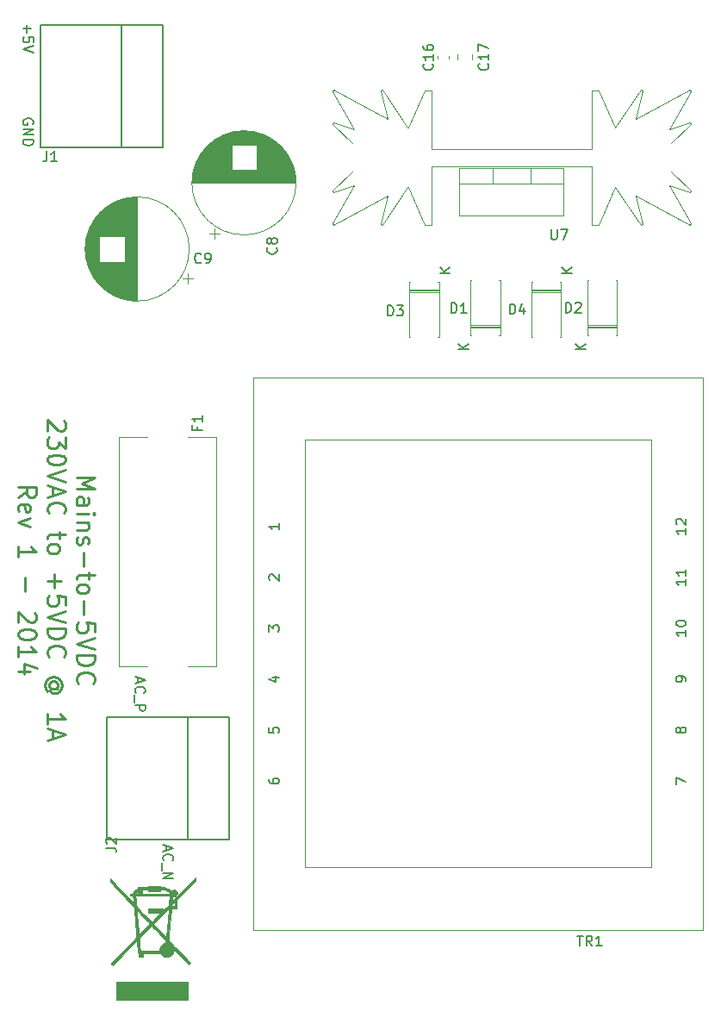
<source format=gto>
G04 #@! TF.GenerationSoftware,KiCad,Pcbnew,(5.1.5)-3*
G04 #@! TF.CreationDate,2020-04-01T20:44:35+02:00*
G04 #@! TF.ProjectId,5vfrommains,35766672-6f6d-46d6-9169-6e732e6b6963,rev?*
G04 #@! TF.SameCoordinates,Original*
G04 #@! TF.FileFunction,Legend,Top*
G04 #@! TF.FilePolarity,Positive*
%FSLAX46Y46*%
G04 Gerber Fmt 4.6, Leading zero omitted, Abs format (unit mm)*
G04 Created by KiCad (PCBNEW (5.1.5)-3) date 2020-04-01 20:44:35*
%MOMM*%
%LPD*%
G04 APERTURE LIST*
%ADD10C,0.250000*%
%ADD11C,0.150000*%
%ADD12C,0.120000*%
%ADD13C,0.010000*%
G04 APERTURE END LIST*
D10*
X182083333Y-91416666D02*
X183833333Y-91416666D01*
X182583333Y-92000000D01*
X183833333Y-92583333D01*
X182083333Y-92583333D01*
X182083333Y-94166666D02*
X183000000Y-94166666D01*
X183166666Y-94083333D01*
X183250000Y-93916666D01*
X183250000Y-93583333D01*
X183166666Y-93416666D01*
X182166666Y-94166666D02*
X182083333Y-94000000D01*
X182083333Y-93583333D01*
X182166666Y-93416666D01*
X182333333Y-93333333D01*
X182500000Y-93333333D01*
X182666666Y-93416666D01*
X182750000Y-93583333D01*
X182750000Y-94000000D01*
X182833333Y-94166666D01*
X182083333Y-95000000D02*
X183250000Y-95000000D01*
X183833333Y-95000000D02*
X183750000Y-94916666D01*
X183666666Y-95000000D01*
X183750000Y-95083333D01*
X183833333Y-95000000D01*
X183666666Y-95000000D01*
X183250000Y-95833333D02*
X182083333Y-95833333D01*
X183083333Y-95833333D02*
X183166666Y-95916666D01*
X183250000Y-96083333D01*
X183250000Y-96333333D01*
X183166666Y-96500000D01*
X183000000Y-96583333D01*
X182083333Y-96583333D01*
X182166666Y-97333333D02*
X182083333Y-97500000D01*
X182083333Y-97833333D01*
X182166666Y-98000000D01*
X182333333Y-98083333D01*
X182416666Y-98083333D01*
X182583333Y-98000000D01*
X182666666Y-97833333D01*
X182666666Y-97583333D01*
X182750000Y-97416666D01*
X182916666Y-97333333D01*
X183000000Y-97333333D01*
X183166666Y-97416666D01*
X183250000Y-97583333D01*
X183250000Y-97833333D01*
X183166666Y-98000000D01*
X182750000Y-98833333D02*
X182750000Y-100166666D01*
X183250000Y-100750000D02*
X183250000Y-101416666D01*
X183833333Y-101000000D02*
X182333333Y-101000000D01*
X182166666Y-101083333D01*
X182083333Y-101250000D01*
X182083333Y-101416666D01*
X182083333Y-102250000D02*
X182166666Y-102083333D01*
X182250000Y-102000000D01*
X182416666Y-101916666D01*
X182916666Y-101916666D01*
X183083333Y-102000000D01*
X183166666Y-102083333D01*
X183250000Y-102250000D01*
X183250000Y-102500000D01*
X183166666Y-102666666D01*
X183083333Y-102750000D01*
X182916666Y-102833333D01*
X182416666Y-102833333D01*
X182250000Y-102750000D01*
X182166666Y-102666666D01*
X182083333Y-102500000D01*
X182083333Y-102250000D01*
X182750000Y-103583333D02*
X182750000Y-104916666D01*
X183833333Y-106583333D02*
X183833333Y-105750000D01*
X183000000Y-105666666D01*
X183083333Y-105750000D01*
X183166666Y-105916666D01*
X183166666Y-106333333D01*
X183083333Y-106500000D01*
X183000000Y-106583333D01*
X182833333Y-106666666D01*
X182416666Y-106666666D01*
X182250000Y-106583333D01*
X182166666Y-106500000D01*
X182083333Y-106333333D01*
X182083333Y-105916666D01*
X182166666Y-105750000D01*
X182250000Y-105666666D01*
X183833333Y-107166666D02*
X182083333Y-107750000D01*
X183833333Y-108333333D01*
X182083333Y-108916666D02*
X183833333Y-108916666D01*
X183833333Y-109333333D01*
X183750000Y-109583333D01*
X183583333Y-109750000D01*
X183416666Y-109833333D01*
X183083333Y-109916666D01*
X182833333Y-109916666D01*
X182500000Y-109833333D01*
X182333333Y-109750000D01*
X182166666Y-109583333D01*
X182083333Y-109333333D01*
X182083333Y-108916666D01*
X182250000Y-111666666D02*
X182166666Y-111583333D01*
X182083333Y-111333333D01*
X182083333Y-111166666D01*
X182166666Y-110916666D01*
X182333333Y-110750000D01*
X182500000Y-110666666D01*
X182833333Y-110583333D01*
X183083333Y-110583333D01*
X183416666Y-110666666D01*
X183583333Y-110750000D01*
X183750000Y-110916666D01*
X183833333Y-111166666D01*
X183833333Y-111333333D01*
X183750000Y-111583333D01*
X183666666Y-111666666D01*
X180791666Y-85875000D02*
X180875000Y-85958333D01*
X180958333Y-86125000D01*
X180958333Y-86541666D01*
X180875000Y-86708333D01*
X180791666Y-86791666D01*
X180625000Y-86875000D01*
X180458333Y-86875000D01*
X180208333Y-86791666D01*
X179208333Y-85791666D01*
X179208333Y-86875000D01*
X180958333Y-87458333D02*
X180958333Y-88541666D01*
X180291666Y-87958333D01*
X180291666Y-88208333D01*
X180208333Y-88375000D01*
X180125000Y-88458333D01*
X179958333Y-88541666D01*
X179541666Y-88541666D01*
X179375000Y-88458333D01*
X179291666Y-88375000D01*
X179208333Y-88208333D01*
X179208333Y-87708333D01*
X179291666Y-87541666D01*
X179375000Y-87458333D01*
X180958333Y-89625000D02*
X180958333Y-89791666D01*
X180875000Y-89958333D01*
X180791666Y-90041666D01*
X180625000Y-90125000D01*
X180291666Y-90208333D01*
X179875000Y-90208333D01*
X179541666Y-90125000D01*
X179375000Y-90041666D01*
X179291666Y-89958333D01*
X179208333Y-89791666D01*
X179208333Y-89625000D01*
X179291666Y-89458333D01*
X179375000Y-89375000D01*
X179541666Y-89291666D01*
X179875000Y-89208333D01*
X180291666Y-89208333D01*
X180625000Y-89291666D01*
X180791666Y-89375000D01*
X180875000Y-89458333D01*
X180958333Y-89625000D01*
X180958333Y-90708333D02*
X179208333Y-91291666D01*
X180958333Y-91875000D01*
X179708333Y-92375000D02*
X179708333Y-93208333D01*
X179208333Y-92208333D02*
X180958333Y-92791666D01*
X179208333Y-93375000D01*
X179375000Y-94958333D02*
X179291666Y-94875000D01*
X179208333Y-94625000D01*
X179208333Y-94458333D01*
X179291666Y-94208333D01*
X179458333Y-94041666D01*
X179625000Y-93958333D01*
X179958333Y-93875000D01*
X180208333Y-93875000D01*
X180541666Y-93958333D01*
X180708333Y-94041666D01*
X180875000Y-94208333D01*
X180958333Y-94458333D01*
X180958333Y-94625000D01*
X180875000Y-94875000D01*
X180791666Y-94958333D01*
X180375000Y-96791666D02*
X180375000Y-97458333D01*
X180958333Y-97041666D02*
X179458333Y-97041666D01*
X179291666Y-97125000D01*
X179208333Y-97291666D01*
X179208333Y-97458333D01*
X179208333Y-98291666D02*
X179291666Y-98125000D01*
X179375000Y-98041666D01*
X179541666Y-97958333D01*
X180041666Y-97958333D01*
X180208333Y-98041666D01*
X180291666Y-98125000D01*
X180375000Y-98291666D01*
X180375000Y-98541666D01*
X180291666Y-98708333D01*
X180208333Y-98791666D01*
X180041666Y-98875000D01*
X179541666Y-98875000D01*
X179375000Y-98791666D01*
X179291666Y-98708333D01*
X179208333Y-98541666D01*
X179208333Y-98291666D01*
X179875000Y-100958333D02*
X179875000Y-102291666D01*
X179208333Y-101625000D02*
X180541666Y-101625000D01*
X180958333Y-103958333D02*
X180958333Y-103125000D01*
X180125000Y-103041666D01*
X180208333Y-103125000D01*
X180291666Y-103291666D01*
X180291666Y-103708333D01*
X180208333Y-103875000D01*
X180125000Y-103958333D01*
X179958333Y-104041666D01*
X179541666Y-104041666D01*
X179375000Y-103958333D01*
X179291666Y-103875000D01*
X179208333Y-103708333D01*
X179208333Y-103291666D01*
X179291666Y-103125000D01*
X179375000Y-103041666D01*
X180958333Y-104541666D02*
X179208333Y-105125000D01*
X180958333Y-105708333D01*
X179208333Y-106291666D02*
X180958333Y-106291666D01*
X180958333Y-106708333D01*
X180875000Y-106958333D01*
X180708333Y-107125000D01*
X180541666Y-107208333D01*
X180208333Y-107291666D01*
X179958333Y-107291666D01*
X179625000Y-107208333D01*
X179458333Y-107125000D01*
X179291666Y-106958333D01*
X179208333Y-106708333D01*
X179208333Y-106291666D01*
X179375000Y-109041666D02*
X179291666Y-108958333D01*
X179208333Y-108708333D01*
X179208333Y-108541666D01*
X179291666Y-108291666D01*
X179458333Y-108125000D01*
X179625000Y-108041666D01*
X179958333Y-107958333D01*
X180208333Y-107958333D01*
X180541666Y-108041666D01*
X180708333Y-108125000D01*
X180875000Y-108291666D01*
X180958333Y-108541666D01*
X180958333Y-108708333D01*
X180875000Y-108958333D01*
X180791666Y-109041666D01*
X180041666Y-112208333D02*
X180125000Y-112125000D01*
X180208333Y-111958333D01*
X180208333Y-111791666D01*
X180125000Y-111625000D01*
X180041666Y-111541666D01*
X179875000Y-111458333D01*
X179708333Y-111458333D01*
X179541666Y-111541666D01*
X179458333Y-111625000D01*
X179375000Y-111791666D01*
X179375000Y-111958333D01*
X179458333Y-112125000D01*
X179541666Y-112208333D01*
X180208333Y-112208333D02*
X179541666Y-112208333D01*
X179458333Y-112291666D01*
X179458333Y-112375000D01*
X179541666Y-112541666D01*
X179708333Y-112625000D01*
X180125000Y-112625000D01*
X180375000Y-112458333D01*
X180541666Y-112208333D01*
X180625000Y-111875000D01*
X180541666Y-111541666D01*
X180375000Y-111291666D01*
X180125000Y-111125000D01*
X179791666Y-111041666D01*
X179458333Y-111125000D01*
X179208333Y-111291666D01*
X179041666Y-111541666D01*
X178958333Y-111875000D01*
X179041666Y-112208333D01*
X179208333Y-112458333D01*
X179208333Y-115625000D02*
X179208333Y-114625000D01*
X179208333Y-115125000D02*
X180958333Y-115125000D01*
X180708333Y-114958333D01*
X180541666Y-114791666D01*
X180458333Y-114625000D01*
X179708333Y-116291666D02*
X179708333Y-117125000D01*
X179208333Y-116125000D02*
X180958333Y-116708333D01*
X179208333Y-117291666D01*
X176333333Y-93375000D02*
X177166666Y-92791666D01*
X176333333Y-92375000D02*
X178083333Y-92375000D01*
X178083333Y-93041666D01*
X178000000Y-93208333D01*
X177916666Y-93291666D01*
X177750000Y-93375000D01*
X177500000Y-93375000D01*
X177333333Y-93291666D01*
X177250000Y-93208333D01*
X177166666Y-93041666D01*
X177166666Y-92375000D01*
X176416666Y-94791666D02*
X176333333Y-94625000D01*
X176333333Y-94291666D01*
X176416666Y-94125000D01*
X176583333Y-94041666D01*
X177250000Y-94041666D01*
X177416666Y-94125000D01*
X177500000Y-94291666D01*
X177500000Y-94625000D01*
X177416666Y-94791666D01*
X177250000Y-94875000D01*
X177083333Y-94875000D01*
X176916666Y-94041666D01*
X177500000Y-95458333D02*
X176333333Y-95875000D01*
X177500000Y-96291666D01*
X176333333Y-99208333D02*
X176333333Y-98208333D01*
X176333333Y-98708333D02*
X178083333Y-98708333D01*
X177833333Y-98541666D01*
X177666666Y-98375000D01*
X177583333Y-98208333D01*
X177000000Y-101291666D02*
X177000000Y-102625000D01*
X177916666Y-104708333D02*
X178000000Y-104791666D01*
X178083333Y-104958333D01*
X178083333Y-105375000D01*
X178000000Y-105541666D01*
X177916666Y-105625000D01*
X177750000Y-105708333D01*
X177583333Y-105708333D01*
X177333333Y-105625000D01*
X176333333Y-104625000D01*
X176333333Y-105708333D01*
X178083333Y-106791666D02*
X178083333Y-106958333D01*
X178000000Y-107125000D01*
X177916666Y-107208333D01*
X177750000Y-107291666D01*
X177416666Y-107375000D01*
X177000000Y-107375000D01*
X176666666Y-107291666D01*
X176500000Y-107208333D01*
X176416666Y-107125000D01*
X176333333Y-106958333D01*
X176333333Y-106791666D01*
X176416666Y-106625000D01*
X176500000Y-106541666D01*
X176666666Y-106458333D01*
X177000000Y-106375000D01*
X177416666Y-106375000D01*
X177750000Y-106458333D01*
X177916666Y-106541666D01*
X178000000Y-106625000D01*
X178083333Y-106791666D01*
X176333333Y-109041666D02*
X176333333Y-108041666D01*
X176333333Y-108541666D02*
X178083333Y-108541666D01*
X177833333Y-108375000D01*
X177666666Y-108208333D01*
X177583333Y-108041666D01*
X177500000Y-110541666D02*
X176333333Y-110541666D01*
X178166666Y-110125000D02*
X176916666Y-109708333D01*
X176916666Y-110791666D01*
D11*
X190833333Y-127607142D02*
X190833333Y-128083333D01*
X190547619Y-127511904D02*
X191547619Y-127845238D01*
X190547619Y-128178571D01*
X190642857Y-129083333D02*
X190595238Y-129035714D01*
X190547619Y-128892857D01*
X190547619Y-128797619D01*
X190595238Y-128654761D01*
X190690476Y-128559523D01*
X190785714Y-128511904D01*
X190976190Y-128464285D01*
X191119047Y-128464285D01*
X191309523Y-128511904D01*
X191404761Y-128559523D01*
X191500000Y-128654761D01*
X191547619Y-128797619D01*
X191547619Y-128892857D01*
X191500000Y-129035714D01*
X191452380Y-129083333D01*
X190452380Y-129273809D02*
X190452380Y-130035714D01*
X190547619Y-130273809D02*
X191547619Y-130273809D01*
X190547619Y-130845238D01*
X191547619Y-130845238D01*
X188083333Y-111130952D02*
X188083333Y-111607142D01*
X187797619Y-111035714D02*
X188797619Y-111369047D01*
X187797619Y-111702380D01*
X187892857Y-112607142D02*
X187845238Y-112559523D01*
X187797619Y-112416666D01*
X187797619Y-112321428D01*
X187845238Y-112178571D01*
X187940476Y-112083333D01*
X188035714Y-112035714D01*
X188226190Y-111988095D01*
X188369047Y-111988095D01*
X188559523Y-112035714D01*
X188654761Y-112083333D01*
X188750000Y-112178571D01*
X188797619Y-112321428D01*
X188797619Y-112416666D01*
X188750000Y-112559523D01*
X188702380Y-112607142D01*
X187702380Y-112797619D02*
X187702380Y-113559523D01*
X187797619Y-113797619D02*
X188797619Y-113797619D01*
X188797619Y-114178571D01*
X188750000Y-114273809D01*
X188702380Y-114321428D01*
X188607142Y-114369047D01*
X188464285Y-114369047D01*
X188369047Y-114321428D01*
X188321428Y-114273809D01*
X188273809Y-114178571D01*
X188273809Y-113797619D01*
X177750000Y-56738095D02*
X177797619Y-56642857D01*
X177797619Y-56500000D01*
X177750000Y-56357142D01*
X177654761Y-56261904D01*
X177559523Y-56214285D01*
X177369047Y-56166666D01*
X177226190Y-56166666D01*
X177035714Y-56214285D01*
X176940476Y-56261904D01*
X176845238Y-56357142D01*
X176797619Y-56500000D01*
X176797619Y-56595238D01*
X176845238Y-56738095D01*
X176892857Y-56785714D01*
X177226190Y-56785714D01*
X177226190Y-56595238D01*
X176797619Y-57214285D02*
X177797619Y-57214285D01*
X176797619Y-57785714D01*
X177797619Y-57785714D01*
X176797619Y-58261904D02*
X177797619Y-58261904D01*
X177797619Y-58500000D01*
X177750000Y-58642857D01*
X177654761Y-58738095D01*
X177559523Y-58785714D01*
X177369047Y-58833333D01*
X177226190Y-58833333D01*
X177035714Y-58785714D01*
X176940476Y-58738095D01*
X176845238Y-58642857D01*
X176797619Y-58500000D01*
X176797619Y-58261904D01*
X177178571Y-46964285D02*
X177178571Y-47726190D01*
X176797619Y-47345238D02*
X177559523Y-47345238D01*
X177797619Y-48678571D02*
X177797619Y-48202380D01*
X177321428Y-48154761D01*
X177369047Y-48202380D01*
X177416666Y-48297619D01*
X177416666Y-48535714D01*
X177369047Y-48630952D01*
X177321428Y-48678571D01*
X177226190Y-48726190D01*
X176988095Y-48726190D01*
X176892857Y-48678571D01*
X176845238Y-48630952D01*
X176797619Y-48535714D01*
X176797619Y-48297619D01*
X176845238Y-48202380D01*
X176892857Y-48154761D01*
X177797619Y-49011904D02*
X176797619Y-49345238D01*
X177797619Y-49678571D01*
D12*
X214610000Y-62890000D02*
X212110000Y-66610000D01*
X212110000Y-66610000D02*
X211930000Y-66550000D01*
X211930000Y-66550000D02*
X212590000Y-63750000D01*
X212590000Y-63750000D02*
X207290000Y-66630000D01*
X207170000Y-66510000D02*
X209320000Y-62740000D01*
X207270000Y-63420000D02*
X207180000Y-63270000D01*
X209320000Y-62740000D02*
X207270000Y-63420000D01*
X207180000Y-63270000D02*
X209140000Y-61380000D01*
X207290000Y-66630000D02*
X207170000Y-66510000D01*
X216230000Y-53400000D02*
X214620000Y-57110000D01*
X216900000Y-59150000D02*
X216900000Y-53400000D01*
X216900000Y-53400000D02*
X216230000Y-53400000D01*
X212590000Y-56250000D02*
X207290000Y-53370000D01*
X212110000Y-53390000D02*
X211930000Y-53450000D01*
X211930000Y-53450000D02*
X212590000Y-56250000D01*
X214610000Y-57110000D02*
X212110000Y-53390000D01*
X207180000Y-56730000D02*
X209140000Y-58620000D01*
X207170000Y-53490000D02*
X209320000Y-57260000D01*
X207270000Y-56580000D02*
X207180000Y-56730000D01*
X207290000Y-53370000D02*
X207170000Y-53490000D01*
X209320000Y-57260000D02*
X207270000Y-56580000D01*
X224800000Y-59150000D02*
X216900000Y-59150000D01*
X216900000Y-60850000D02*
X216900000Y-66600000D01*
X216900000Y-66600000D02*
X216230000Y-66600000D01*
X216230000Y-66600000D02*
X214620000Y-62890000D01*
X224800000Y-60850000D02*
X216900000Y-60850000D01*
X237670000Y-53450000D02*
X237010000Y-56250000D01*
X237490000Y-53390000D02*
X237670000Y-53450000D01*
X234990000Y-57110000D02*
X237490000Y-53390000D01*
X237010000Y-56250000D02*
X242310000Y-53370000D01*
X242420000Y-56730000D02*
X240460000Y-58620000D01*
X240280000Y-57260000D02*
X242330000Y-56580000D01*
X242430000Y-53490000D02*
X240280000Y-57260000D01*
X242310000Y-53370000D02*
X242430000Y-53490000D01*
X242330000Y-56580000D02*
X242420000Y-56730000D01*
X233370000Y-53400000D02*
X234980000Y-57110000D01*
X224800000Y-59150000D02*
X232700000Y-59150000D01*
X232700000Y-59150000D02*
X232700000Y-53400000D01*
X232700000Y-53400000D02*
X233370000Y-53400000D01*
X224800000Y-60850000D02*
X232700000Y-60850000D01*
X232700000Y-60850000D02*
X232700000Y-66600000D01*
X232700000Y-66600000D02*
X233370000Y-66600000D01*
X233370000Y-66600000D02*
X234980000Y-62890000D01*
X234990000Y-62890000D02*
X237490000Y-66610000D01*
X237490000Y-66610000D02*
X237670000Y-66550000D01*
X237670000Y-66550000D02*
X237010000Y-63750000D01*
X237010000Y-63750000D02*
X242310000Y-66630000D01*
X242310000Y-66630000D02*
X242430000Y-66510000D01*
X242430000Y-66510000D02*
X240280000Y-62740000D01*
X240280000Y-62740000D02*
X242330000Y-63420000D01*
X242330000Y-63420000D02*
X242420000Y-63270000D01*
X242420000Y-63270000D02*
X240460000Y-61380000D01*
D13*
G36*
X193707205Y-130937248D02*
G01*
X193705978Y-131109706D01*
X192811386Y-132018628D01*
X191916794Y-132927549D01*
X191915490Y-133761765D01*
X191370699Y-133761765D01*
X191356661Y-133867598D01*
X191351345Y-133915837D01*
X191342386Y-134006679D01*
X191330261Y-134134704D01*
X191315450Y-134294494D01*
X191298432Y-134480630D01*
X191279687Y-134687693D01*
X191259694Y-134910265D01*
X191238932Y-135142926D01*
X191217880Y-135380257D01*
X191197017Y-135616840D01*
X191176823Y-135847256D01*
X191157778Y-136066086D01*
X191140359Y-136267911D01*
X191125047Y-136447312D01*
X191112321Y-136598870D01*
X191102659Y-136717168D01*
X191096542Y-136796784D01*
X191094449Y-136832302D01*
X191094450Y-136832471D01*
X191109716Y-136860970D01*
X191155570Y-136919815D01*
X191232635Y-137009691D01*
X191341535Y-137131283D01*
X191482895Y-137285276D01*
X191657338Y-137472355D01*
X191865488Y-137693204D01*
X192107968Y-137948510D01*
X192176125Y-138020000D01*
X193257075Y-139153039D01*
X193169684Y-139240196D01*
X193082294Y-139327353D01*
X192940902Y-139173521D01*
X192889176Y-139117926D01*
X192808376Y-139031953D01*
X192703833Y-138921235D01*
X192580879Y-138791403D01*
X192444843Y-138648089D01*
X192301059Y-138496927D01*
X192215040Y-138406644D01*
X192053549Y-138237509D01*
X191923017Y-138102033D01*
X191820116Y-137997752D01*
X191741517Y-137922203D01*
X191683892Y-137872922D01*
X191643911Y-137847446D01*
X191618248Y-137843311D01*
X191603573Y-137858054D01*
X191596558Y-137889212D01*
X191593875Y-137934320D01*
X191593515Y-137946630D01*
X191574863Y-138031433D01*
X191528906Y-138133934D01*
X191464819Y-138237924D01*
X191391774Y-138327191D01*
X191362546Y-138354766D01*
X191212578Y-138451250D01*
X191037395Y-138505234D01*
X190882512Y-138518039D01*
X190706986Y-138493886D01*
X190544879Y-138423061D01*
X190401404Y-138308017D01*
X190374932Y-138279381D01*
X190278133Y-138169412D01*
X188603529Y-138169412D01*
X188603529Y-138518039D01*
X188155294Y-138518039D01*
X188155294Y-138355168D01*
X188149669Y-138243980D01*
X188130771Y-138166805D01*
X188107803Y-138124825D01*
X188091393Y-138094789D01*
X188077341Y-138051239D01*
X188064716Y-137987720D01*
X188052587Y-137897774D01*
X188040024Y-137774947D01*
X188026094Y-137612782D01*
X188016556Y-137492144D01*
X187972800Y-136926934D01*
X186898626Y-138015085D01*
X186704405Y-138211981D01*
X186517957Y-138401281D01*
X186342690Y-138579506D01*
X186182011Y-138743180D01*
X186039326Y-138888824D01*
X185918042Y-139012962D01*
X185821566Y-139112115D01*
X185753304Y-139182807D01*
X185716702Y-139221520D01*
X185656568Y-139282811D01*
X185606408Y-139325559D01*
X185579429Y-139339804D01*
X185544968Y-139323118D01*
X185494736Y-139281425D01*
X185477709Y-139264447D01*
X185405512Y-139189089D01*
X185803001Y-138785164D01*
X185904408Y-138682266D01*
X186035167Y-138549820D01*
X186189541Y-138393625D01*
X186361796Y-138219478D01*
X186546194Y-138033176D01*
X186736999Y-137840518D01*
X186928477Y-137647301D01*
X187065833Y-137508777D01*
X187274628Y-137297678D01*
X187450038Y-137118960D01*
X187594308Y-136970204D01*
X187709680Y-136848991D01*
X187798399Y-136752903D01*
X187842370Y-136702727D01*
X188195469Y-136702727D01*
X188239677Y-137267981D01*
X188253009Y-137433668D01*
X188265905Y-137585185D01*
X188277636Y-137714611D01*
X188287470Y-137814027D01*
X188294676Y-137875515D01*
X188296995Y-137889265D01*
X188310105Y-137945294D01*
X190190436Y-137945294D01*
X190202988Y-137788925D01*
X190240884Y-137604173D01*
X190320188Y-137440742D01*
X190435899Y-137304585D01*
X190583019Y-137201654D01*
X190748146Y-137139866D01*
X190801716Y-137110883D01*
X190828535Y-137048680D01*
X190829097Y-137045937D01*
X190832315Y-137019677D01*
X190828337Y-136992787D01*
X190813281Y-136960279D01*
X190783264Y-136917166D01*
X190734403Y-136858461D01*
X190662816Y-136779174D01*
X190564620Y-136674319D01*
X190435932Y-136538907D01*
X190427617Y-136530186D01*
X190289200Y-136384837D01*
X190142043Y-136230021D01*
X189996259Y-136076397D01*
X189861958Y-135934623D01*
X189749253Y-135815355D01*
X189724118Y-135788692D01*
X189627762Y-135688153D01*
X189542166Y-135602115D01*
X189473473Y-135536496D01*
X189427828Y-135497214D01*
X189412503Y-135488580D01*
X189389648Y-135506650D01*
X189336201Y-135556219D01*
X189256370Y-135633162D01*
X189154364Y-135733351D01*
X189034392Y-135852660D01*
X188900663Y-135986962D01*
X188791364Y-136097589D01*
X188195469Y-136702727D01*
X187842370Y-136702727D01*
X187862708Y-136679519D01*
X187904852Y-136626420D01*
X187927073Y-136591189D01*
X187932017Y-136574873D01*
X187930144Y-136539266D01*
X187924454Y-136458669D01*
X187915315Y-136337720D01*
X187903096Y-136181058D01*
X187888164Y-135993320D01*
X187870887Y-135779146D01*
X187851635Y-135543172D01*
X187830775Y-135290036D01*
X187813963Y-135087729D01*
X187718843Y-133947099D01*
X187963602Y-133947099D01*
X187964656Y-133971714D01*
X187969614Y-134041041D01*
X187978078Y-134150171D01*
X187989648Y-134294200D01*
X188003928Y-134468219D01*
X188020517Y-134667322D01*
X188039019Y-134886604D01*
X188056775Y-135094797D01*
X188076887Y-135331016D01*
X188095621Y-135554000D01*
X188112546Y-135758428D01*
X188127235Y-135938975D01*
X188139257Y-136090320D01*
X188148183Y-136207139D01*
X188153585Y-136284111D01*
X188155084Y-136314004D01*
X188157423Y-136332608D01*
X188166689Y-136339991D01*
X188186454Y-136333070D01*
X188220290Y-136308767D01*
X188271769Y-136263999D01*
X188344462Y-136195688D01*
X188441942Y-136100751D01*
X188567779Y-135976110D01*
X188701297Y-135842917D01*
X189247301Y-135297337D01*
X189243474Y-135293235D01*
X189604387Y-135293235D01*
X189620836Y-135315761D01*
X189666883Y-135368801D01*
X189737914Y-135447481D01*
X189829314Y-135546926D01*
X189936468Y-135662261D01*
X190054760Y-135788612D01*
X190179576Y-135921104D01*
X190306300Y-136054863D01*
X190430318Y-136185013D01*
X190547013Y-136306680D01*
X190651772Y-136414990D01*
X190739979Y-136505068D01*
X190807019Y-136572038D01*
X190848276Y-136611027D01*
X190859527Y-136618970D01*
X190863236Y-136593332D01*
X190870935Y-136522519D01*
X190882202Y-136410964D01*
X190896611Y-136263100D01*
X190913741Y-136083359D01*
X190933167Y-135876175D01*
X190954467Y-135645981D01*
X190977217Y-135397210D01*
X190995381Y-135196615D01*
X191018616Y-134936512D01*
X191040083Y-134691484D01*
X191059421Y-134465976D01*
X191076268Y-134264432D01*
X191090265Y-134091297D01*
X191101050Y-133951018D01*
X191108261Y-133848037D01*
X191111539Y-133786801D01*
X191111164Y-133770902D01*
X191091574Y-133785064D01*
X191041689Y-133830587D01*
X190965868Y-133903064D01*
X190868472Y-133998090D01*
X190753864Y-134111258D01*
X190626403Y-134238162D01*
X190490452Y-134374396D01*
X190350371Y-134515554D01*
X190210522Y-134657230D01*
X190075265Y-134795016D01*
X189948962Y-134924508D01*
X189835974Y-135041300D01*
X189740662Y-135140984D01*
X189667388Y-135219154D01*
X189620511Y-135271406D01*
X189604387Y-135293235D01*
X189243474Y-135293235D01*
X189043699Y-135079132D01*
X188940008Y-134968393D01*
X188823628Y-134844759D01*
X188699160Y-134713054D01*
X188571206Y-134578100D01*
X188444367Y-134444720D01*
X188323245Y-134317737D01*
X188212442Y-134201972D01*
X188116558Y-134102250D01*
X188040194Y-134023392D01*
X187987954Y-133970222D01*
X187964437Y-133947562D01*
X187963602Y-133947099D01*
X187718843Y-133947099D01*
X187695069Y-133662026D01*
X185316471Y-131160520D01*
X185318221Y-130810882D01*
X185510336Y-131016103D01*
X185617855Y-131130564D01*
X185744796Y-131265041D01*
X185887734Y-131415956D01*
X186043243Y-131579729D01*
X186207897Y-131752782D01*
X186378271Y-131931537D01*
X186550939Y-132112415D01*
X186722475Y-132291838D01*
X186889454Y-132466226D01*
X187048450Y-132632002D01*
X187196037Y-132785586D01*
X187328789Y-132923400D01*
X187443282Y-133041866D01*
X187536088Y-133137404D01*
X187603783Y-133206437D01*
X187642940Y-133245385D01*
X187651522Y-133252857D01*
X187652112Y-133226866D01*
X187648866Y-133160319D01*
X187642347Y-133062272D01*
X187633120Y-132941779D01*
X187629159Y-132893645D01*
X187599661Y-132541569D01*
X187830620Y-132541569D01*
X187842544Y-132597598D01*
X187848625Y-132641909D01*
X187857170Y-132725283D01*
X187867191Y-132837097D01*
X187877701Y-132966728D01*
X187881338Y-133014706D01*
X187892066Y-133152460D01*
X187902894Y-133280387D01*
X187912739Y-133386399D01*
X187920518Y-133458409D01*
X187922272Y-133471477D01*
X187928889Y-133498307D01*
X187943212Y-133529712D01*
X187968287Y-133569214D01*
X188007159Y-133620332D01*
X188062874Y-133686589D01*
X188138477Y-133771503D01*
X188237013Y-133878595D01*
X188361529Y-134011386D01*
X188515070Y-134173397D01*
X188671700Y-134337783D01*
X188827530Y-134500461D01*
X188972994Y-134651118D01*
X189104469Y-134786093D01*
X189218335Y-134901722D01*
X189310970Y-134994343D01*
X189378754Y-135060294D01*
X189418065Y-135095910D01*
X189426448Y-135101208D01*
X189448504Y-135081996D01*
X189500058Y-135031893D01*
X189576106Y-134955926D01*
X189671645Y-134859121D01*
X189781672Y-134746504D01*
X189861240Y-134664461D01*
X190276650Y-134234902D01*
X189051765Y-134234902D01*
X189051765Y-133761765D01*
X190545882Y-133761765D01*
X190545882Y-133972582D01*
X190819804Y-133699510D01*
X191014116Y-133505800D01*
X191392549Y-133505800D01*
X191396169Y-133536358D01*
X191414491Y-133553383D01*
X191458707Y-133560801D01*
X191540012Y-133562536D01*
X191554412Y-133562549D01*
X191716274Y-133562549D01*
X191716274Y-133128204D01*
X191554412Y-133288628D01*
X191463105Y-133386161D01*
X191408493Y-133460883D01*
X191392549Y-133505800D01*
X191014116Y-133505800D01*
X191093725Y-133426438D01*
X191093725Y-133183219D01*
X191094488Y-133071323D01*
X191097979Y-133000137D01*
X191106000Y-132960579D01*
X191120356Y-132943562D01*
X191142004Y-132940000D01*
X191166080Y-132934771D01*
X191183875Y-132913805D01*
X191197541Y-132869186D01*
X191209228Y-132792997D01*
X191221089Y-132677320D01*
X191224896Y-132634951D01*
X191233137Y-132541569D01*
X187830620Y-132541569D01*
X187599661Y-132541569D01*
X187283725Y-132541569D01*
X187283725Y-132317451D01*
X187417987Y-132317451D01*
X187496514Y-132315300D01*
X187539183Y-132304919D01*
X187544403Y-132298740D01*
X187819407Y-132298740D01*
X187833880Y-132312855D01*
X187884014Y-132317212D01*
X187917849Y-132317451D01*
X188030784Y-132317451D01*
X188451936Y-132317451D01*
X191253245Y-132317451D01*
X191158496Y-132220419D01*
X191011336Y-132100681D01*
X190829207Y-132008330D01*
X190609023Y-131942100D01*
X190390245Y-131905470D01*
X190247059Y-131888379D01*
X190247059Y-132068431D01*
X189101569Y-132068431D01*
X189101569Y-131864161D01*
X188933480Y-131881197D01*
X188816037Y-131895574D01*
X188690909Y-131914633D01*
X188615980Y-131928245D01*
X188466569Y-131958257D01*
X188459252Y-132137854D01*
X188451936Y-132317451D01*
X188030784Y-132317451D01*
X188030784Y-132217843D01*
X188027492Y-132155443D01*
X188019267Y-132120760D01*
X188015952Y-132118235D01*
X187979086Y-132134208D01*
X187925226Y-132172957D01*
X187871231Y-132220732D01*
X187833962Y-132263781D01*
X187830642Y-132269379D01*
X187819407Y-132298740D01*
X187544403Y-132298740D01*
X187559885Y-132280416D01*
X187568242Y-132253724D01*
X187602352Y-132184456D01*
X187667864Y-132101185D01*
X187753507Y-132015587D01*
X187848009Y-131939339D01*
X187910083Y-131899625D01*
X187980795Y-131856155D01*
X188017044Y-131819638D01*
X188029780Y-131776578D01*
X188030759Y-131750931D01*
X188030760Y-131744706D01*
X189300784Y-131744706D01*
X189300784Y-131869216D01*
X190047843Y-131869216D01*
X190047843Y-131744706D01*
X189300784Y-131744706D01*
X188030760Y-131744706D01*
X188030784Y-131670000D01*
X188240376Y-131670000D01*
X188336807Y-131672331D01*
X188411963Y-131678543D01*
X188453743Y-131687465D01*
X188458268Y-131691078D01*
X188484770Y-131696624D01*
X188549267Y-131694352D01*
X188640677Y-131684935D01*
X188703137Y-131676240D01*
X188816392Y-131659159D01*
X188919970Y-131643739D01*
X188997808Y-131632363D01*
X189020637Y-131629132D01*
X189080282Y-131610660D01*
X189101569Y-131581715D01*
X189108041Y-131569926D01*
X189131192Y-131560933D01*
X189176626Y-131554381D01*
X189249945Y-131549915D01*
X189356754Y-131547181D01*
X189502654Y-131545826D01*
X189674314Y-131545490D01*
X189857519Y-131545681D01*
X189996892Y-131546579D01*
X190098404Y-131548677D01*
X190168026Y-131552467D01*
X190211731Y-131558439D01*
X190235488Y-131567085D01*
X190245269Y-131578897D01*
X190247059Y-131592630D01*
X190262295Y-131636221D01*
X190312201Y-131661027D01*
X190403076Y-131669874D01*
X190419426Y-131670000D01*
X190573320Y-131685876D01*
X190748109Y-131729579D01*
X190928032Y-131795224D01*
X191097324Y-131876927D01*
X191240223Y-131968801D01*
X191258731Y-131983358D01*
X191319056Y-132030720D01*
X191354780Y-132049690D01*
X191379728Y-132043557D01*
X191405336Y-132018256D01*
X191480972Y-131968695D01*
X191579409Y-131949669D01*
X191685412Y-131959564D01*
X191783746Y-131996763D01*
X191859176Y-132059651D01*
X191864639Y-132066961D01*
X191921081Y-132184354D01*
X191931582Y-132305869D01*
X191897301Y-132421707D01*
X191819396Y-132522068D01*
X191809870Y-132530355D01*
X191754558Y-132569722D01*
X191698438Y-132587058D01*
X191619541Y-132588310D01*
X191599832Y-132587200D01*
X191522638Y-132584367D01*
X191482876Y-132590857D01*
X191468481Y-132610441D01*
X191467004Y-132628726D01*
X191463987Y-132681768D01*
X191456500Y-132761539D01*
X191451119Y-132809265D01*
X191443314Y-132885069D01*
X191446560Y-132923874D01*
X191465383Y-132938058D01*
X191498911Y-132940000D01*
X191518796Y-132933587D01*
X191550874Y-132912831D01*
X191597522Y-132875456D01*
X191661118Y-132819189D01*
X191744038Y-132741755D01*
X191848660Y-132640878D01*
X191977361Y-132514283D01*
X192132518Y-132359696D01*
X192316508Y-132174842D01*
X192531709Y-131957446D01*
X192635419Y-131852395D01*
X193708431Y-130764791D01*
X193707205Y-130937248D01*
G37*
X193707205Y-130937248D02*
X193705978Y-131109706D01*
X192811386Y-132018628D01*
X191916794Y-132927549D01*
X191915490Y-133761765D01*
X191370699Y-133761765D01*
X191356661Y-133867598D01*
X191351345Y-133915837D01*
X191342386Y-134006679D01*
X191330261Y-134134704D01*
X191315450Y-134294494D01*
X191298432Y-134480630D01*
X191279687Y-134687693D01*
X191259694Y-134910265D01*
X191238932Y-135142926D01*
X191217880Y-135380257D01*
X191197017Y-135616840D01*
X191176823Y-135847256D01*
X191157778Y-136066086D01*
X191140359Y-136267911D01*
X191125047Y-136447312D01*
X191112321Y-136598870D01*
X191102659Y-136717168D01*
X191096542Y-136796784D01*
X191094449Y-136832302D01*
X191094450Y-136832471D01*
X191109716Y-136860970D01*
X191155570Y-136919815D01*
X191232635Y-137009691D01*
X191341535Y-137131283D01*
X191482895Y-137285276D01*
X191657338Y-137472355D01*
X191865488Y-137693204D01*
X192107968Y-137948510D01*
X192176125Y-138020000D01*
X193257075Y-139153039D01*
X193169684Y-139240196D01*
X193082294Y-139327353D01*
X192940902Y-139173521D01*
X192889176Y-139117926D01*
X192808376Y-139031953D01*
X192703833Y-138921235D01*
X192580879Y-138791403D01*
X192444843Y-138648089D01*
X192301059Y-138496927D01*
X192215040Y-138406644D01*
X192053549Y-138237509D01*
X191923017Y-138102033D01*
X191820116Y-137997752D01*
X191741517Y-137922203D01*
X191683892Y-137872922D01*
X191643911Y-137847446D01*
X191618248Y-137843311D01*
X191603573Y-137858054D01*
X191596558Y-137889212D01*
X191593875Y-137934320D01*
X191593515Y-137946630D01*
X191574863Y-138031433D01*
X191528906Y-138133934D01*
X191464819Y-138237924D01*
X191391774Y-138327191D01*
X191362546Y-138354766D01*
X191212578Y-138451250D01*
X191037395Y-138505234D01*
X190882512Y-138518039D01*
X190706986Y-138493886D01*
X190544879Y-138423061D01*
X190401404Y-138308017D01*
X190374932Y-138279381D01*
X190278133Y-138169412D01*
X188603529Y-138169412D01*
X188603529Y-138518039D01*
X188155294Y-138518039D01*
X188155294Y-138355168D01*
X188149669Y-138243980D01*
X188130771Y-138166805D01*
X188107803Y-138124825D01*
X188091393Y-138094789D01*
X188077341Y-138051239D01*
X188064716Y-137987720D01*
X188052587Y-137897774D01*
X188040024Y-137774947D01*
X188026094Y-137612782D01*
X188016556Y-137492144D01*
X187972800Y-136926934D01*
X186898626Y-138015085D01*
X186704405Y-138211981D01*
X186517957Y-138401281D01*
X186342690Y-138579506D01*
X186182011Y-138743180D01*
X186039326Y-138888824D01*
X185918042Y-139012962D01*
X185821566Y-139112115D01*
X185753304Y-139182807D01*
X185716702Y-139221520D01*
X185656568Y-139282811D01*
X185606408Y-139325559D01*
X185579429Y-139339804D01*
X185544968Y-139323118D01*
X185494736Y-139281425D01*
X185477709Y-139264447D01*
X185405512Y-139189089D01*
X185803001Y-138785164D01*
X185904408Y-138682266D01*
X186035167Y-138549820D01*
X186189541Y-138393625D01*
X186361796Y-138219478D01*
X186546194Y-138033176D01*
X186736999Y-137840518D01*
X186928477Y-137647301D01*
X187065833Y-137508777D01*
X187274628Y-137297678D01*
X187450038Y-137118960D01*
X187594308Y-136970204D01*
X187709680Y-136848991D01*
X187798399Y-136752903D01*
X187842370Y-136702727D01*
X188195469Y-136702727D01*
X188239677Y-137267981D01*
X188253009Y-137433668D01*
X188265905Y-137585185D01*
X188277636Y-137714611D01*
X188287470Y-137814027D01*
X188294676Y-137875515D01*
X188296995Y-137889265D01*
X188310105Y-137945294D01*
X190190436Y-137945294D01*
X190202988Y-137788925D01*
X190240884Y-137604173D01*
X190320188Y-137440742D01*
X190435899Y-137304585D01*
X190583019Y-137201654D01*
X190748146Y-137139866D01*
X190801716Y-137110883D01*
X190828535Y-137048680D01*
X190829097Y-137045937D01*
X190832315Y-137019677D01*
X190828337Y-136992787D01*
X190813281Y-136960279D01*
X190783264Y-136917166D01*
X190734403Y-136858461D01*
X190662816Y-136779174D01*
X190564620Y-136674319D01*
X190435932Y-136538907D01*
X190427617Y-136530186D01*
X190289200Y-136384837D01*
X190142043Y-136230021D01*
X189996259Y-136076397D01*
X189861958Y-135934623D01*
X189749253Y-135815355D01*
X189724118Y-135788692D01*
X189627762Y-135688153D01*
X189542166Y-135602115D01*
X189473473Y-135536496D01*
X189427828Y-135497214D01*
X189412503Y-135488580D01*
X189389648Y-135506650D01*
X189336201Y-135556219D01*
X189256370Y-135633162D01*
X189154364Y-135733351D01*
X189034392Y-135852660D01*
X188900663Y-135986962D01*
X188791364Y-136097589D01*
X188195469Y-136702727D01*
X187842370Y-136702727D01*
X187862708Y-136679519D01*
X187904852Y-136626420D01*
X187927073Y-136591189D01*
X187932017Y-136574873D01*
X187930144Y-136539266D01*
X187924454Y-136458669D01*
X187915315Y-136337720D01*
X187903096Y-136181058D01*
X187888164Y-135993320D01*
X187870887Y-135779146D01*
X187851635Y-135543172D01*
X187830775Y-135290036D01*
X187813963Y-135087729D01*
X187718843Y-133947099D01*
X187963602Y-133947099D01*
X187964656Y-133971714D01*
X187969614Y-134041041D01*
X187978078Y-134150171D01*
X187989648Y-134294200D01*
X188003928Y-134468219D01*
X188020517Y-134667322D01*
X188039019Y-134886604D01*
X188056775Y-135094797D01*
X188076887Y-135331016D01*
X188095621Y-135554000D01*
X188112546Y-135758428D01*
X188127235Y-135938975D01*
X188139257Y-136090320D01*
X188148183Y-136207139D01*
X188153585Y-136284111D01*
X188155084Y-136314004D01*
X188157423Y-136332608D01*
X188166689Y-136339991D01*
X188186454Y-136333070D01*
X188220290Y-136308767D01*
X188271769Y-136263999D01*
X188344462Y-136195688D01*
X188441942Y-136100751D01*
X188567779Y-135976110D01*
X188701297Y-135842917D01*
X189247301Y-135297337D01*
X189243474Y-135293235D01*
X189604387Y-135293235D01*
X189620836Y-135315761D01*
X189666883Y-135368801D01*
X189737914Y-135447481D01*
X189829314Y-135546926D01*
X189936468Y-135662261D01*
X190054760Y-135788612D01*
X190179576Y-135921104D01*
X190306300Y-136054863D01*
X190430318Y-136185013D01*
X190547013Y-136306680D01*
X190651772Y-136414990D01*
X190739979Y-136505068D01*
X190807019Y-136572038D01*
X190848276Y-136611027D01*
X190859527Y-136618970D01*
X190863236Y-136593332D01*
X190870935Y-136522519D01*
X190882202Y-136410964D01*
X190896611Y-136263100D01*
X190913741Y-136083359D01*
X190933167Y-135876175D01*
X190954467Y-135645981D01*
X190977217Y-135397210D01*
X190995381Y-135196615D01*
X191018616Y-134936512D01*
X191040083Y-134691484D01*
X191059421Y-134465976D01*
X191076268Y-134264432D01*
X191090265Y-134091297D01*
X191101050Y-133951018D01*
X191108261Y-133848037D01*
X191111539Y-133786801D01*
X191111164Y-133770902D01*
X191091574Y-133785064D01*
X191041689Y-133830587D01*
X190965868Y-133903064D01*
X190868472Y-133998090D01*
X190753864Y-134111258D01*
X190626403Y-134238162D01*
X190490452Y-134374396D01*
X190350371Y-134515554D01*
X190210522Y-134657230D01*
X190075265Y-134795016D01*
X189948962Y-134924508D01*
X189835974Y-135041300D01*
X189740662Y-135140984D01*
X189667388Y-135219154D01*
X189620511Y-135271406D01*
X189604387Y-135293235D01*
X189243474Y-135293235D01*
X189043699Y-135079132D01*
X188940008Y-134968393D01*
X188823628Y-134844759D01*
X188699160Y-134713054D01*
X188571206Y-134578100D01*
X188444367Y-134444720D01*
X188323245Y-134317737D01*
X188212442Y-134201972D01*
X188116558Y-134102250D01*
X188040194Y-134023392D01*
X187987954Y-133970222D01*
X187964437Y-133947562D01*
X187963602Y-133947099D01*
X187718843Y-133947099D01*
X187695069Y-133662026D01*
X185316471Y-131160520D01*
X185318221Y-130810882D01*
X185510336Y-131016103D01*
X185617855Y-131130564D01*
X185744796Y-131265041D01*
X185887734Y-131415956D01*
X186043243Y-131579729D01*
X186207897Y-131752782D01*
X186378271Y-131931537D01*
X186550939Y-132112415D01*
X186722475Y-132291838D01*
X186889454Y-132466226D01*
X187048450Y-132632002D01*
X187196037Y-132785586D01*
X187328789Y-132923400D01*
X187443282Y-133041866D01*
X187536088Y-133137404D01*
X187603783Y-133206437D01*
X187642940Y-133245385D01*
X187651522Y-133252857D01*
X187652112Y-133226866D01*
X187648866Y-133160319D01*
X187642347Y-133062272D01*
X187633120Y-132941779D01*
X187629159Y-132893645D01*
X187599661Y-132541569D01*
X187830620Y-132541569D01*
X187842544Y-132597598D01*
X187848625Y-132641909D01*
X187857170Y-132725283D01*
X187867191Y-132837097D01*
X187877701Y-132966728D01*
X187881338Y-133014706D01*
X187892066Y-133152460D01*
X187902894Y-133280387D01*
X187912739Y-133386399D01*
X187920518Y-133458409D01*
X187922272Y-133471477D01*
X187928889Y-133498307D01*
X187943212Y-133529712D01*
X187968287Y-133569214D01*
X188007159Y-133620332D01*
X188062874Y-133686589D01*
X188138477Y-133771503D01*
X188237013Y-133878595D01*
X188361529Y-134011386D01*
X188515070Y-134173397D01*
X188671700Y-134337783D01*
X188827530Y-134500461D01*
X188972994Y-134651118D01*
X189104469Y-134786093D01*
X189218335Y-134901722D01*
X189310970Y-134994343D01*
X189378754Y-135060294D01*
X189418065Y-135095910D01*
X189426448Y-135101208D01*
X189448504Y-135081996D01*
X189500058Y-135031893D01*
X189576106Y-134955926D01*
X189671645Y-134859121D01*
X189781672Y-134746504D01*
X189861240Y-134664461D01*
X190276650Y-134234902D01*
X189051765Y-134234902D01*
X189051765Y-133761765D01*
X190545882Y-133761765D01*
X190545882Y-133972582D01*
X190819804Y-133699510D01*
X191014116Y-133505800D01*
X191392549Y-133505800D01*
X191396169Y-133536358D01*
X191414491Y-133553383D01*
X191458707Y-133560801D01*
X191540012Y-133562536D01*
X191554412Y-133562549D01*
X191716274Y-133562549D01*
X191716274Y-133128204D01*
X191554412Y-133288628D01*
X191463105Y-133386161D01*
X191408493Y-133460883D01*
X191392549Y-133505800D01*
X191014116Y-133505800D01*
X191093725Y-133426438D01*
X191093725Y-133183219D01*
X191094488Y-133071323D01*
X191097979Y-133000137D01*
X191106000Y-132960579D01*
X191120356Y-132943562D01*
X191142004Y-132940000D01*
X191166080Y-132934771D01*
X191183875Y-132913805D01*
X191197541Y-132869186D01*
X191209228Y-132792997D01*
X191221089Y-132677320D01*
X191224896Y-132634951D01*
X191233137Y-132541569D01*
X187830620Y-132541569D01*
X187599661Y-132541569D01*
X187283725Y-132541569D01*
X187283725Y-132317451D01*
X187417987Y-132317451D01*
X187496514Y-132315300D01*
X187539183Y-132304919D01*
X187544403Y-132298740D01*
X187819407Y-132298740D01*
X187833880Y-132312855D01*
X187884014Y-132317212D01*
X187917849Y-132317451D01*
X188030784Y-132317451D01*
X188451936Y-132317451D01*
X191253245Y-132317451D01*
X191158496Y-132220419D01*
X191011336Y-132100681D01*
X190829207Y-132008330D01*
X190609023Y-131942100D01*
X190390245Y-131905470D01*
X190247059Y-131888379D01*
X190247059Y-132068431D01*
X189101569Y-132068431D01*
X189101569Y-131864161D01*
X188933480Y-131881197D01*
X188816037Y-131895574D01*
X188690909Y-131914633D01*
X188615980Y-131928245D01*
X188466569Y-131958257D01*
X188459252Y-132137854D01*
X188451936Y-132317451D01*
X188030784Y-132317451D01*
X188030784Y-132217843D01*
X188027492Y-132155443D01*
X188019267Y-132120760D01*
X188015952Y-132118235D01*
X187979086Y-132134208D01*
X187925226Y-132172957D01*
X187871231Y-132220732D01*
X187833962Y-132263781D01*
X187830642Y-132269379D01*
X187819407Y-132298740D01*
X187544403Y-132298740D01*
X187559885Y-132280416D01*
X187568242Y-132253724D01*
X187602352Y-132184456D01*
X187667864Y-132101185D01*
X187753507Y-132015587D01*
X187848009Y-131939339D01*
X187910083Y-131899625D01*
X187980795Y-131856155D01*
X188017044Y-131819638D01*
X188029780Y-131776578D01*
X188030759Y-131750931D01*
X188030760Y-131744706D01*
X189300784Y-131744706D01*
X189300784Y-131869216D01*
X190047843Y-131869216D01*
X190047843Y-131744706D01*
X189300784Y-131744706D01*
X188030760Y-131744706D01*
X188030784Y-131670000D01*
X188240376Y-131670000D01*
X188336807Y-131672331D01*
X188411963Y-131678543D01*
X188453743Y-131687465D01*
X188458268Y-131691078D01*
X188484770Y-131696624D01*
X188549267Y-131694352D01*
X188640677Y-131684935D01*
X188703137Y-131676240D01*
X188816392Y-131659159D01*
X188919970Y-131643739D01*
X188997808Y-131632363D01*
X189020637Y-131629132D01*
X189080282Y-131610660D01*
X189101569Y-131581715D01*
X189108041Y-131569926D01*
X189131192Y-131560933D01*
X189176626Y-131554381D01*
X189249945Y-131549915D01*
X189356754Y-131547181D01*
X189502654Y-131545826D01*
X189674314Y-131545490D01*
X189857519Y-131545681D01*
X189996892Y-131546579D01*
X190098404Y-131548677D01*
X190168026Y-131552467D01*
X190211731Y-131558439D01*
X190235488Y-131567085D01*
X190245269Y-131578897D01*
X190247059Y-131592630D01*
X190262295Y-131636221D01*
X190312201Y-131661027D01*
X190403076Y-131669874D01*
X190419426Y-131670000D01*
X190573320Y-131685876D01*
X190748109Y-131729579D01*
X190928032Y-131795224D01*
X191097324Y-131876927D01*
X191240223Y-131968801D01*
X191258731Y-131983358D01*
X191319056Y-132030720D01*
X191354780Y-132049690D01*
X191379728Y-132043557D01*
X191405336Y-132018256D01*
X191480972Y-131968695D01*
X191579409Y-131949669D01*
X191685412Y-131959564D01*
X191783746Y-131996763D01*
X191859176Y-132059651D01*
X191864639Y-132066961D01*
X191921081Y-132184354D01*
X191931582Y-132305869D01*
X191897301Y-132421707D01*
X191819396Y-132522068D01*
X191809870Y-132530355D01*
X191754558Y-132569722D01*
X191698438Y-132587058D01*
X191619541Y-132588310D01*
X191599832Y-132587200D01*
X191522638Y-132584367D01*
X191482876Y-132590857D01*
X191468481Y-132610441D01*
X191467004Y-132628726D01*
X191463987Y-132681768D01*
X191456500Y-132761539D01*
X191451119Y-132809265D01*
X191443314Y-132885069D01*
X191446560Y-132923874D01*
X191465383Y-132938058D01*
X191498911Y-132940000D01*
X191518796Y-132933587D01*
X191550874Y-132912831D01*
X191597522Y-132875456D01*
X191661118Y-132819189D01*
X191744038Y-132741755D01*
X191848660Y-132640878D01*
X191977361Y-132514283D01*
X192132518Y-132359696D01*
X192316508Y-132174842D01*
X192531709Y-131957446D01*
X192635419Y-131852395D01*
X193708431Y-130764791D01*
X193707205Y-130937248D01*
G36*
X192961372Y-142726471D02*
G01*
X185988823Y-142726471D01*
X185988823Y-141008235D01*
X192961372Y-141008235D01*
X192961372Y-142726471D01*
G37*
X192961372Y-142726471D02*
X185988823Y-142726471D01*
X185988823Y-141008235D01*
X192961372Y-141008235D01*
X192961372Y-142726471D01*
D12*
X199380000Y-135870000D02*
X199380000Y-81630000D01*
X199380000Y-135870000D02*
X243620000Y-135870000D01*
X243620000Y-81630000D02*
X199380000Y-81630000D01*
X243620000Y-81630000D02*
X243620000Y-135870000D01*
X204500000Y-87750000D02*
X238500000Y-87750000D01*
X204500000Y-129750000D02*
X204500000Y-87750000D01*
X238500000Y-129750000D02*
X204500000Y-129750000D01*
X238500000Y-87750000D02*
X238500000Y-129750000D01*
X220910000Y-50408578D02*
X220910000Y-49891422D01*
X219490000Y-50408578D02*
X219490000Y-49891422D01*
X226641000Y-61080000D02*
X226641000Y-62590000D01*
X222940000Y-61080000D02*
X222940000Y-62590000D01*
X219670000Y-62590000D02*
X229910000Y-62590000D01*
X229910000Y-61080000D02*
X229910000Y-65721000D01*
X219670000Y-61080000D02*
X219670000Y-65721000D01*
X219670000Y-65721000D02*
X229910000Y-65721000D01*
X219670000Y-61080000D02*
X229910000Y-61080000D01*
D11*
X186500000Y-59000000D02*
X186500000Y-47000000D01*
X178500000Y-59000000D02*
X190500000Y-59000000D01*
X178500000Y-47000000D02*
X178500000Y-59000000D01*
X190500000Y-47000000D02*
X178500000Y-47000000D01*
X190500000Y-59000000D02*
X190500000Y-47000000D01*
X193000000Y-127000000D02*
X193000000Y-115000000D01*
X185000000Y-127000000D02*
X197000000Y-127000000D01*
X185000000Y-115000000D02*
X185000000Y-127000000D01*
X197000000Y-115000000D02*
X185000000Y-115000000D01*
X197000000Y-127000000D02*
X197000000Y-115000000D01*
D12*
X186200000Y-87500000D02*
X189000000Y-87500000D01*
X186200000Y-87500000D02*
X186200000Y-110000000D01*
X195800000Y-87500000D02*
X195800000Y-110000000D01*
X193000000Y-87500000D02*
X195800000Y-87500000D01*
X193000000Y-110000000D02*
X195800000Y-110000000D01*
X186200000Y-110000000D02*
X189000000Y-110000000D01*
X229670000Y-72970000D02*
X226730000Y-72970000D01*
X229670000Y-73210000D02*
X226730000Y-73210000D01*
X229670000Y-73090000D02*
X226730000Y-73090000D01*
X226730000Y-77630000D02*
X226860000Y-77630000D01*
X226730000Y-72190000D02*
X226730000Y-77630000D01*
X226860000Y-72190000D02*
X226730000Y-72190000D01*
X229670000Y-77630000D02*
X229540000Y-77630000D01*
X229670000Y-72190000D02*
X229670000Y-77630000D01*
X229540000Y-72190000D02*
X229670000Y-72190000D01*
X217670000Y-72970000D02*
X214730000Y-72970000D01*
X217670000Y-73210000D02*
X214730000Y-73210000D01*
X217670000Y-73090000D02*
X214730000Y-73090000D01*
X214730000Y-77630000D02*
X214860000Y-77630000D01*
X214730000Y-72190000D02*
X214730000Y-77630000D01*
X214860000Y-72190000D02*
X214730000Y-72190000D01*
X217670000Y-77630000D02*
X217540000Y-77630000D01*
X217670000Y-72190000D02*
X217670000Y-77630000D01*
X217540000Y-72190000D02*
X217670000Y-72190000D01*
X232230000Y-76730000D02*
X235170000Y-76730000D01*
X232230000Y-76490000D02*
X235170000Y-76490000D01*
X232230000Y-76610000D02*
X235170000Y-76610000D01*
X235170000Y-72070000D02*
X235040000Y-72070000D01*
X235170000Y-77510000D02*
X235170000Y-72070000D01*
X235040000Y-77510000D02*
X235170000Y-77510000D01*
X232230000Y-72070000D02*
X232360000Y-72070000D01*
X232230000Y-77510000D02*
X232230000Y-72070000D01*
X232360000Y-77510000D02*
X232230000Y-77510000D01*
X220730000Y-76730000D02*
X223670000Y-76730000D01*
X220730000Y-76490000D02*
X223670000Y-76490000D01*
X220730000Y-76610000D02*
X223670000Y-76610000D01*
X223670000Y-72070000D02*
X223540000Y-72070000D01*
X223670000Y-77510000D02*
X223670000Y-72070000D01*
X223540000Y-77510000D02*
X223670000Y-77510000D01*
X220730000Y-72070000D02*
X220860000Y-72070000D01*
X220730000Y-77510000D02*
X220730000Y-72070000D01*
X220860000Y-77510000D02*
X220730000Y-77510000D01*
X218590000Y-50332779D02*
X218590000Y-50007221D01*
X217570000Y-50332779D02*
X217570000Y-50007221D01*
X192979646Y-72375000D02*
X192979646Y-71375000D01*
X193479646Y-71875000D02*
X192479646Y-71875000D01*
X182919000Y-69599000D02*
X182919000Y-68401000D01*
X182959000Y-69862000D02*
X182959000Y-68138000D01*
X182999000Y-70062000D02*
X182999000Y-67938000D01*
X183039000Y-70230000D02*
X183039000Y-67770000D01*
X183079000Y-70378000D02*
X183079000Y-67622000D01*
X183119000Y-70510000D02*
X183119000Y-67490000D01*
X183159000Y-70630000D02*
X183159000Y-67370000D01*
X183199000Y-70742000D02*
X183199000Y-67258000D01*
X183239000Y-70846000D02*
X183239000Y-67154000D01*
X183279000Y-70944000D02*
X183279000Y-67056000D01*
X183319000Y-71037000D02*
X183319000Y-66963000D01*
X183359000Y-71125000D02*
X183359000Y-66875000D01*
X183399000Y-71209000D02*
X183399000Y-66791000D01*
X183439000Y-71289000D02*
X183439000Y-66711000D01*
X183479000Y-71365000D02*
X183479000Y-66635000D01*
X183519000Y-71439000D02*
X183519000Y-66561000D01*
X183559000Y-71510000D02*
X183559000Y-66490000D01*
X183599000Y-71579000D02*
X183599000Y-66421000D01*
X183639000Y-71645000D02*
X183639000Y-66355000D01*
X183679000Y-71709000D02*
X183679000Y-66291000D01*
X183719000Y-71770000D02*
X183719000Y-66230000D01*
X183759000Y-71830000D02*
X183759000Y-66170000D01*
X183799000Y-71889000D02*
X183799000Y-66111000D01*
X183839000Y-71945000D02*
X183839000Y-66055000D01*
X183879000Y-72000000D02*
X183879000Y-66000000D01*
X183919000Y-72054000D02*
X183919000Y-65946000D01*
X183959000Y-72106000D02*
X183959000Y-65894000D01*
X183999000Y-72156000D02*
X183999000Y-65844000D01*
X184039000Y-72206000D02*
X184039000Y-65794000D01*
X184079000Y-72254000D02*
X184079000Y-65746000D01*
X184119000Y-72301000D02*
X184119000Y-65699000D01*
X184159000Y-72347000D02*
X184159000Y-65653000D01*
X184199000Y-72392000D02*
X184199000Y-65608000D01*
X184239000Y-72436000D02*
X184239000Y-65564000D01*
X184279000Y-67759000D02*
X184279000Y-65522000D01*
X184279000Y-72478000D02*
X184279000Y-70241000D01*
X184319000Y-67759000D02*
X184319000Y-65480000D01*
X184319000Y-72520000D02*
X184319000Y-70241000D01*
X184359000Y-67759000D02*
X184359000Y-65439000D01*
X184359000Y-72561000D02*
X184359000Y-70241000D01*
X184399000Y-67759000D02*
X184399000Y-65399000D01*
X184399000Y-72601000D02*
X184399000Y-70241000D01*
X184439000Y-67759000D02*
X184439000Y-65360000D01*
X184439000Y-72640000D02*
X184439000Y-70241000D01*
X184479000Y-67759000D02*
X184479000Y-65321000D01*
X184479000Y-72679000D02*
X184479000Y-70241000D01*
X184519000Y-67759000D02*
X184519000Y-65284000D01*
X184519000Y-72716000D02*
X184519000Y-70241000D01*
X184559000Y-67759000D02*
X184559000Y-65247000D01*
X184559000Y-72753000D02*
X184559000Y-70241000D01*
X184599000Y-67759000D02*
X184599000Y-65211000D01*
X184599000Y-72789000D02*
X184599000Y-70241000D01*
X184639000Y-67759000D02*
X184639000Y-65176000D01*
X184639000Y-72824000D02*
X184639000Y-70241000D01*
X184679000Y-67759000D02*
X184679000Y-65142000D01*
X184679000Y-72858000D02*
X184679000Y-70241000D01*
X184719000Y-67759000D02*
X184719000Y-65108000D01*
X184719000Y-72892000D02*
X184719000Y-70241000D01*
X184759000Y-67759000D02*
X184759000Y-65075000D01*
X184759000Y-72925000D02*
X184759000Y-70241000D01*
X184799000Y-67759000D02*
X184799000Y-65043000D01*
X184799000Y-72957000D02*
X184799000Y-70241000D01*
X184839000Y-67759000D02*
X184839000Y-65011000D01*
X184839000Y-72989000D02*
X184839000Y-70241000D01*
X184879000Y-67759000D02*
X184879000Y-64980000D01*
X184879000Y-73020000D02*
X184879000Y-70241000D01*
X184919000Y-67759000D02*
X184919000Y-64950000D01*
X184919000Y-73050000D02*
X184919000Y-70241000D01*
X184959000Y-67759000D02*
X184959000Y-64920000D01*
X184959000Y-73080000D02*
X184959000Y-70241000D01*
X184999000Y-67759000D02*
X184999000Y-64890000D01*
X184999000Y-73110000D02*
X184999000Y-70241000D01*
X185039000Y-67759000D02*
X185039000Y-64862000D01*
X185039000Y-73138000D02*
X185039000Y-70241000D01*
X185079000Y-67759000D02*
X185079000Y-64834000D01*
X185079000Y-73166000D02*
X185079000Y-70241000D01*
X185119000Y-67759000D02*
X185119000Y-64806000D01*
X185119000Y-73194000D02*
X185119000Y-70241000D01*
X185159000Y-67759000D02*
X185159000Y-64779000D01*
X185159000Y-73221000D02*
X185159000Y-70241000D01*
X185199000Y-67759000D02*
X185199000Y-64753000D01*
X185199000Y-73247000D02*
X185199000Y-70241000D01*
X185239000Y-67759000D02*
X185239000Y-64727000D01*
X185239000Y-73273000D02*
X185239000Y-70241000D01*
X185279000Y-67759000D02*
X185279000Y-64702000D01*
X185279000Y-73298000D02*
X185279000Y-70241000D01*
X185319000Y-67759000D02*
X185319000Y-64677000D01*
X185319000Y-73323000D02*
X185319000Y-70241000D01*
X185359000Y-67759000D02*
X185359000Y-64653000D01*
X185359000Y-73347000D02*
X185359000Y-70241000D01*
X185399000Y-67759000D02*
X185399000Y-64629000D01*
X185399000Y-73371000D02*
X185399000Y-70241000D01*
X185439000Y-67759000D02*
X185439000Y-64605000D01*
X185439000Y-73395000D02*
X185439000Y-70241000D01*
X185479000Y-67759000D02*
X185479000Y-64583000D01*
X185479000Y-73417000D02*
X185479000Y-70241000D01*
X185519000Y-67759000D02*
X185519000Y-64560000D01*
X185519000Y-73440000D02*
X185519000Y-70241000D01*
X185559000Y-67759000D02*
X185559000Y-64538000D01*
X185559000Y-73462000D02*
X185559000Y-70241000D01*
X185599000Y-67759000D02*
X185599000Y-64517000D01*
X185599000Y-73483000D02*
X185599000Y-70241000D01*
X185639000Y-67759000D02*
X185639000Y-64496000D01*
X185639000Y-73504000D02*
X185639000Y-70241000D01*
X185679000Y-67759000D02*
X185679000Y-64475000D01*
X185679000Y-73525000D02*
X185679000Y-70241000D01*
X185719000Y-67759000D02*
X185719000Y-64455000D01*
X185719000Y-73545000D02*
X185719000Y-70241000D01*
X185759000Y-67759000D02*
X185759000Y-64436000D01*
X185759000Y-73564000D02*
X185759000Y-70241000D01*
X185799000Y-67759000D02*
X185799000Y-64416000D01*
X185799000Y-73584000D02*
X185799000Y-70241000D01*
X185839000Y-67759000D02*
X185839000Y-64397000D01*
X185839000Y-73603000D02*
X185839000Y-70241000D01*
X185879000Y-67759000D02*
X185879000Y-64379000D01*
X185879000Y-73621000D02*
X185879000Y-70241000D01*
X185919000Y-67759000D02*
X185919000Y-64361000D01*
X185919000Y-73639000D02*
X185919000Y-70241000D01*
X185959000Y-67759000D02*
X185959000Y-64343000D01*
X185959000Y-73657000D02*
X185959000Y-70241000D01*
X185999000Y-67759000D02*
X185999000Y-64326000D01*
X185999000Y-73674000D02*
X185999000Y-70241000D01*
X186039000Y-67759000D02*
X186039000Y-64310000D01*
X186039000Y-73690000D02*
X186039000Y-70241000D01*
X186079000Y-67759000D02*
X186079000Y-64293000D01*
X186079000Y-73707000D02*
X186079000Y-70241000D01*
X186119000Y-67759000D02*
X186119000Y-64277000D01*
X186119000Y-73723000D02*
X186119000Y-70241000D01*
X186159000Y-67759000D02*
X186159000Y-64262000D01*
X186159000Y-73738000D02*
X186159000Y-70241000D01*
X186199000Y-67759000D02*
X186199000Y-64246000D01*
X186199000Y-73754000D02*
X186199000Y-70241000D01*
X186239000Y-67759000D02*
X186239000Y-64232000D01*
X186239000Y-73768000D02*
X186239000Y-70241000D01*
X186279000Y-67759000D02*
X186279000Y-64217000D01*
X186279000Y-73783000D02*
X186279000Y-70241000D01*
X186319000Y-67759000D02*
X186319000Y-64203000D01*
X186319000Y-73797000D02*
X186319000Y-70241000D01*
X186359000Y-67759000D02*
X186359000Y-64189000D01*
X186359000Y-73811000D02*
X186359000Y-70241000D01*
X186399000Y-67759000D02*
X186399000Y-64176000D01*
X186399000Y-73824000D02*
X186399000Y-70241000D01*
X186439000Y-67759000D02*
X186439000Y-64163000D01*
X186439000Y-73837000D02*
X186439000Y-70241000D01*
X186479000Y-67759000D02*
X186479000Y-64150000D01*
X186479000Y-73850000D02*
X186479000Y-70241000D01*
X186519000Y-67759000D02*
X186519000Y-64138000D01*
X186519000Y-73862000D02*
X186519000Y-70241000D01*
X186559000Y-67759000D02*
X186559000Y-64126000D01*
X186559000Y-73874000D02*
X186559000Y-70241000D01*
X186599000Y-67759000D02*
X186599000Y-64115000D01*
X186599000Y-73885000D02*
X186599000Y-70241000D01*
X186639000Y-67759000D02*
X186639000Y-64103000D01*
X186639000Y-73897000D02*
X186639000Y-70241000D01*
X186679000Y-67759000D02*
X186679000Y-64093000D01*
X186679000Y-73907000D02*
X186679000Y-70241000D01*
X186719000Y-67759000D02*
X186719000Y-64082000D01*
X186719000Y-73918000D02*
X186719000Y-70241000D01*
X186759000Y-73928000D02*
X186759000Y-64072000D01*
X186799000Y-73938000D02*
X186799000Y-64062000D01*
X186839000Y-73947000D02*
X186839000Y-64053000D01*
X186879000Y-73956000D02*
X186879000Y-64044000D01*
X186919000Y-73965000D02*
X186919000Y-64035000D01*
X186959000Y-73974000D02*
X186959000Y-64026000D01*
X186999000Y-73982000D02*
X186999000Y-64018000D01*
X187039000Y-73990000D02*
X187039000Y-64010000D01*
X187079000Y-73997000D02*
X187079000Y-64003000D01*
X187119000Y-74004000D02*
X187119000Y-63996000D01*
X187159000Y-74011000D02*
X187159000Y-63989000D01*
X187199000Y-74018000D02*
X187199000Y-63982000D01*
X187239000Y-74024000D02*
X187239000Y-63976000D01*
X187279000Y-74030000D02*
X187279000Y-63970000D01*
X187320000Y-74035000D02*
X187320000Y-63965000D01*
X187360000Y-74040000D02*
X187360000Y-63960000D01*
X187400000Y-74045000D02*
X187400000Y-63955000D01*
X187440000Y-74050000D02*
X187440000Y-63950000D01*
X187480000Y-74054000D02*
X187480000Y-63946000D01*
X187520000Y-74058000D02*
X187520000Y-63942000D01*
X187560000Y-74062000D02*
X187560000Y-63938000D01*
X187600000Y-74065000D02*
X187600000Y-63935000D01*
X187640000Y-74068000D02*
X187640000Y-63932000D01*
X187680000Y-74070000D02*
X187680000Y-63930000D01*
X187720000Y-74073000D02*
X187720000Y-63927000D01*
X187760000Y-74075000D02*
X187760000Y-63925000D01*
X187800000Y-74077000D02*
X187800000Y-63923000D01*
X187840000Y-74078000D02*
X187840000Y-63922000D01*
X187880000Y-74079000D02*
X187880000Y-63921000D01*
X187920000Y-74080000D02*
X187920000Y-63920000D01*
X187960000Y-74080000D02*
X187960000Y-63920000D01*
X188000000Y-74080000D02*
X188000000Y-63920000D01*
X193120000Y-69000000D02*
G75*
G03X193120000Y-69000000I-5120000J0D01*
G01*
X195125000Y-67479646D02*
X196125000Y-67479646D01*
X195625000Y-67979646D02*
X195625000Y-66979646D01*
X197901000Y-57419000D02*
X199099000Y-57419000D01*
X197638000Y-57459000D02*
X199362000Y-57459000D01*
X197438000Y-57499000D02*
X199562000Y-57499000D01*
X197270000Y-57539000D02*
X199730000Y-57539000D01*
X197122000Y-57579000D02*
X199878000Y-57579000D01*
X196990000Y-57619000D02*
X200010000Y-57619000D01*
X196870000Y-57659000D02*
X200130000Y-57659000D01*
X196758000Y-57699000D02*
X200242000Y-57699000D01*
X196654000Y-57739000D02*
X200346000Y-57739000D01*
X196556000Y-57779000D02*
X200444000Y-57779000D01*
X196463000Y-57819000D02*
X200537000Y-57819000D01*
X196375000Y-57859000D02*
X200625000Y-57859000D01*
X196291000Y-57899000D02*
X200709000Y-57899000D01*
X196211000Y-57939000D02*
X200789000Y-57939000D01*
X196135000Y-57979000D02*
X200865000Y-57979000D01*
X196061000Y-58019000D02*
X200939000Y-58019000D01*
X195990000Y-58059000D02*
X201010000Y-58059000D01*
X195921000Y-58099000D02*
X201079000Y-58099000D01*
X195855000Y-58139000D02*
X201145000Y-58139000D01*
X195791000Y-58179000D02*
X201209000Y-58179000D01*
X195730000Y-58219000D02*
X201270000Y-58219000D01*
X195670000Y-58259000D02*
X201330000Y-58259000D01*
X195611000Y-58299000D02*
X201389000Y-58299000D01*
X195555000Y-58339000D02*
X201445000Y-58339000D01*
X195500000Y-58379000D02*
X201500000Y-58379000D01*
X195446000Y-58419000D02*
X201554000Y-58419000D01*
X195394000Y-58459000D02*
X201606000Y-58459000D01*
X195344000Y-58499000D02*
X201656000Y-58499000D01*
X195294000Y-58539000D02*
X201706000Y-58539000D01*
X195246000Y-58579000D02*
X201754000Y-58579000D01*
X195199000Y-58619000D02*
X201801000Y-58619000D01*
X195153000Y-58659000D02*
X201847000Y-58659000D01*
X195108000Y-58699000D02*
X201892000Y-58699000D01*
X195064000Y-58739000D02*
X201936000Y-58739000D01*
X199741000Y-58779000D02*
X201978000Y-58779000D01*
X195022000Y-58779000D02*
X197259000Y-58779000D01*
X199741000Y-58819000D02*
X202020000Y-58819000D01*
X194980000Y-58819000D02*
X197259000Y-58819000D01*
X199741000Y-58859000D02*
X202061000Y-58859000D01*
X194939000Y-58859000D02*
X197259000Y-58859000D01*
X199741000Y-58899000D02*
X202101000Y-58899000D01*
X194899000Y-58899000D02*
X197259000Y-58899000D01*
X199741000Y-58939000D02*
X202140000Y-58939000D01*
X194860000Y-58939000D02*
X197259000Y-58939000D01*
X199741000Y-58979000D02*
X202179000Y-58979000D01*
X194821000Y-58979000D02*
X197259000Y-58979000D01*
X199741000Y-59019000D02*
X202216000Y-59019000D01*
X194784000Y-59019000D02*
X197259000Y-59019000D01*
X199741000Y-59059000D02*
X202253000Y-59059000D01*
X194747000Y-59059000D02*
X197259000Y-59059000D01*
X199741000Y-59099000D02*
X202289000Y-59099000D01*
X194711000Y-59099000D02*
X197259000Y-59099000D01*
X199741000Y-59139000D02*
X202324000Y-59139000D01*
X194676000Y-59139000D02*
X197259000Y-59139000D01*
X199741000Y-59179000D02*
X202358000Y-59179000D01*
X194642000Y-59179000D02*
X197259000Y-59179000D01*
X199741000Y-59219000D02*
X202392000Y-59219000D01*
X194608000Y-59219000D02*
X197259000Y-59219000D01*
X199741000Y-59259000D02*
X202425000Y-59259000D01*
X194575000Y-59259000D02*
X197259000Y-59259000D01*
X199741000Y-59299000D02*
X202457000Y-59299000D01*
X194543000Y-59299000D02*
X197259000Y-59299000D01*
X199741000Y-59339000D02*
X202489000Y-59339000D01*
X194511000Y-59339000D02*
X197259000Y-59339000D01*
X199741000Y-59379000D02*
X202520000Y-59379000D01*
X194480000Y-59379000D02*
X197259000Y-59379000D01*
X199741000Y-59419000D02*
X202550000Y-59419000D01*
X194450000Y-59419000D02*
X197259000Y-59419000D01*
X199741000Y-59459000D02*
X202580000Y-59459000D01*
X194420000Y-59459000D02*
X197259000Y-59459000D01*
X199741000Y-59499000D02*
X202610000Y-59499000D01*
X194390000Y-59499000D02*
X197259000Y-59499000D01*
X199741000Y-59539000D02*
X202638000Y-59539000D01*
X194362000Y-59539000D02*
X197259000Y-59539000D01*
X199741000Y-59579000D02*
X202666000Y-59579000D01*
X194334000Y-59579000D02*
X197259000Y-59579000D01*
X199741000Y-59619000D02*
X202694000Y-59619000D01*
X194306000Y-59619000D02*
X197259000Y-59619000D01*
X199741000Y-59659000D02*
X202721000Y-59659000D01*
X194279000Y-59659000D02*
X197259000Y-59659000D01*
X199741000Y-59699000D02*
X202747000Y-59699000D01*
X194253000Y-59699000D02*
X197259000Y-59699000D01*
X199741000Y-59739000D02*
X202773000Y-59739000D01*
X194227000Y-59739000D02*
X197259000Y-59739000D01*
X199741000Y-59779000D02*
X202798000Y-59779000D01*
X194202000Y-59779000D02*
X197259000Y-59779000D01*
X199741000Y-59819000D02*
X202823000Y-59819000D01*
X194177000Y-59819000D02*
X197259000Y-59819000D01*
X199741000Y-59859000D02*
X202847000Y-59859000D01*
X194153000Y-59859000D02*
X197259000Y-59859000D01*
X199741000Y-59899000D02*
X202871000Y-59899000D01*
X194129000Y-59899000D02*
X197259000Y-59899000D01*
X199741000Y-59939000D02*
X202895000Y-59939000D01*
X194105000Y-59939000D02*
X197259000Y-59939000D01*
X199741000Y-59979000D02*
X202917000Y-59979000D01*
X194083000Y-59979000D02*
X197259000Y-59979000D01*
X199741000Y-60019000D02*
X202940000Y-60019000D01*
X194060000Y-60019000D02*
X197259000Y-60019000D01*
X199741000Y-60059000D02*
X202962000Y-60059000D01*
X194038000Y-60059000D02*
X197259000Y-60059000D01*
X199741000Y-60099000D02*
X202983000Y-60099000D01*
X194017000Y-60099000D02*
X197259000Y-60099000D01*
X199741000Y-60139000D02*
X203004000Y-60139000D01*
X193996000Y-60139000D02*
X197259000Y-60139000D01*
X199741000Y-60179000D02*
X203025000Y-60179000D01*
X193975000Y-60179000D02*
X197259000Y-60179000D01*
X199741000Y-60219000D02*
X203045000Y-60219000D01*
X193955000Y-60219000D02*
X197259000Y-60219000D01*
X199741000Y-60259000D02*
X203064000Y-60259000D01*
X193936000Y-60259000D02*
X197259000Y-60259000D01*
X199741000Y-60299000D02*
X203084000Y-60299000D01*
X193916000Y-60299000D02*
X197259000Y-60299000D01*
X199741000Y-60339000D02*
X203103000Y-60339000D01*
X193897000Y-60339000D02*
X197259000Y-60339000D01*
X199741000Y-60379000D02*
X203121000Y-60379000D01*
X193879000Y-60379000D02*
X197259000Y-60379000D01*
X199741000Y-60419000D02*
X203139000Y-60419000D01*
X193861000Y-60419000D02*
X197259000Y-60419000D01*
X199741000Y-60459000D02*
X203157000Y-60459000D01*
X193843000Y-60459000D02*
X197259000Y-60459000D01*
X199741000Y-60499000D02*
X203174000Y-60499000D01*
X193826000Y-60499000D02*
X197259000Y-60499000D01*
X199741000Y-60539000D02*
X203190000Y-60539000D01*
X193810000Y-60539000D02*
X197259000Y-60539000D01*
X199741000Y-60579000D02*
X203207000Y-60579000D01*
X193793000Y-60579000D02*
X197259000Y-60579000D01*
X199741000Y-60619000D02*
X203223000Y-60619000D01*
X193777000Y-60619000D02*
X197259000Y-60619000D01*
X199741000Y-60659000D02*
X203238000Y-60659000D01*
X193762000Y-60659000D02*
X197259000Y-60659000D01*
X199741000Y-60699000D02*
X203254000Y-60699000D01*
X193746000Y-60699000D02*
X197259000Y-60699000D01*
X199741000Y-60739000D02*
X203268000Y-60739000D01*
X193732000Y-60739000D02*
X197259000Y-60739000D01*
X199741000Y-60779000D02*
X203283000Y-60779000D01*
X193717000Y-60779000D02*
X197259000Y-60779000D01*
X199741000Y-60819000D02*
X203297000Y-60819000D01*
X193703000Y-60819000D02*
X197259000Y-60819000D01*
X199741000Y-60859000D02*
X203311000Y-60859000D01*
X193689000Y-60859000D02*
X197259000Y-60859000D01*
X199741000Y-60899000D02*
X203324000Y-60899000D01*
X193676000Y-60899000D02*
X197259000Y-60899000D01*
X199741000Y-60939000D02*
X203337000Y-60939000D01*
X193663000Y-60939000D02*
X197259000Y-60939000D01*
X199741000Y-60979000D02*
X203350000Y-60979000D01*
X193650000Y-60979000D02*
X197259000Y-60979000D01*
X199741000Y-61019000D02*
X203362000Y-61019000D01*
X193638000Y-61019000D02*
X197259000Y-61019000D01*
X199741000Y-61059000D02*
X203374000Y-61059000D01*
X193626000Y-61059000D02*
X197259000Y-61059000D01*
X199741000Y-61099000D02*
X203385000Y-61099000D01*
X193615000Y-61099000D02*
X197259000Y-61099000D01*
X199741000Y-61139000D02*
X203397000Y-61139000D01*
X193603000Y-61139000D02*
X197259000Y-61139000D01*
X199741000Y-61179000D02*
X203407000Y-61179000D01*
X193593000Y-61179000D02*
X197259000Y-61179000D01*
X199741000Y-61219000D02*
X203418000Y-61219000D01*
X193582000Y-61219000D02*
X197259000Y-61219000D01*
X193572000Y-61259000D02*
X203428000Y-61259000D01*
X193562000Y-61299000D02*
X203438000Y-61299000D01*
X193553000Y-61339000D02*
X203447000Y-61339000D01*
X193544000Y-61379000D02*
X203456000Y-61379000D01*
X193535000Y-61419000D02*
X203465000Y-61419000D01*
X193526000Y-61459000D02*
X203474000Y-61459000D01*
X193518000Y-61499000D02*
X203482000Y-61499000D01*
X193510000Y-61539000D02*
X203490000Y-61539000D01*
X193503000Y-61579000D02*
X203497000Y-61579000D01*
X193496000Y-61619000D02*
X203504000Y-61619000D01*
X193489000Y-61659000D02*
X203511000Y-61659000D01*
X193482000Y-61699000D02*
X203518000Y-61699000D01*
X193476000Y-61739000D02*
X203524000Y-61739000D01*
X193470000Y-61779000D02*
X203530000Y-61779000D01*
X193465000Y-61820000D02*
X203535000Y-61820000D01*
X193460000Y-61860000D02*
X203540000Y-61860000D01*
X193455000Y-61900000D02*
X203545000Y-61900000D01*
X193450000Y-61940000D02*
X203550000Y-61940000D01*
X193446000Y-61980000D02*
X203554000Y-61980000D01*
X193442000Y-62020000D02*
X203558000Y-62020000D01*
X193438000Y-62060000D02*
X203562000Y-62060000D01*
X193435000Y-62100000D02*
X203565000Y-62100000D01*
X193432000Y-62140000D02*
X203568000Y-62140000D01*
X193430000Y-62180000D02*
X203570000Y-62180000D01*
X193427000Y-62220000D02*
X203573000Y-62220000D01*
X193425000Y-62260000D02*
X203575000Y-62260000D01*
X193423000Y-62300000D02*
X203577000Y-62300000D01*
X193422000Y-62340000D02*
X203578000Y-62340000D01*
X193421000Y-62380000D02*
X203579000Y-62380000D01*
X193420000Y-62420000D02*
X203580000Y-62420000D01*
X193420000Y-62460000D02*
X203580000Y-62460000D01*
X193420000Y-62500000D02*
X203580000Y-62500000D01*
X203620000Y-62500000D02*
G75*
G03X203620000Y-62500000I-5120000J0D01*
G01*
D11*
X231238095Y-136452380D02*
X231809523Y-136452380D01*
X231523809Y-137452380D02*
X231523809Y-136452380D01*
X232714285Y-137452380D02*
X232380952Y-136976190D01*
X232142857Y-137452380D02*
X232142857Y-136452380D01*
X232523809Y-136452380D01*
X232619047Y-136500000D01*
X232666666Y-136547619D01*
X232714285Y-136642857D01*
X232714285Y-136785714D01*
X232666666Y-136880952D01*
X232619047Y-136928571D01*
X232523809Y-136976190D01*
X232142857Y-136976190D01*
X233666666Y-137452380D02*
X233095238Y-137452380D01*
X233380952Y-137452380D02*
X233380952Y-136452380D01*
X233285714Y-136595238D01*
X233190476Y-136690476D01*
X233095238Y-136738095D01*
X201952380Y-95964285D02*
X201952380Y-96535714D01*
X201952380Y-96250000D02*
X200952380Y-96250000D01*
X201095238Y-96345238D01*
X201190476Y-96440476D01*
X201238095Y-96535714D01*
X201047619Y-101535714D02*
X201000000Y-101488095D01*
X200952380Y-101392857D01*
X200952380Y-101154761D01*
X201000000Y-101059523D01*
X201047619Y-101011904D01*
X201142857Y-100964285D01*
X201238095Y-100964285D01*
X201380952Y-101011904D01*
X201952380Y-101583333D01*
X201952380Y-100964285D01*
X200952380Y-106583333D02*
X200952380Y-105964285D01*
X201333333Y-106297619D01*
X201333333Y-106154761D01*
X201380952Y-106059523D01*
X201428571Y-106011904D01*
X201523809Y-105964285D01*
X201761904Y-105964285D01*
X201857142Y-106011904D01*
X201904761Y-106059523D01*
X201952380Y-106154761D01*
X201952380Y-106440476D01*
X201904761Y-106535714D01*
X201857142Y-106583333D01*
X201285714Y-111059523D02*
X201952380Y-111059523D01*
X200904761Y-111297619D02*
X201619047Y-111535714D01*
X201619047Y-110916666D01*
X200952380Y-116011904D02*
X200952380Y-116488095D01*
X201428571Y-116535714D01*
X201380952Y-116488095D01*
X201333333Y-116392857D01*
X201333333Y-116154761D01*
X201380952Y-116059523D01*
X201428571Y-116011904D01*
X201523809Y-115964285D01*
X201761904Y-115964285D01*
X201857142Y-116011904D01*
X201904761Y-116059523D01*
X201952380Y-116154761D01*
X201952380Y-116392857D01*
X201904761Y-116488095D01*
X201857142Y-116535714D01*
X200952380Y-121059523D02*
X200952380Y-121250000D01*
X201000000Y-121345238D01*
X201047619Y-121392857D01*
X201190476Y-121488095D01*
X201380952Y-121535714D01*
X201761904Y-121535714D01*
X201857142Y-121488095D01*
X201904761Y-121440476D01*
X201952380Y-121345238D01*
X201952380Y-121154761D01*
X201904761Y-121059523D01*
X201857142Y-121011904D01*
X201761904Y-120964285D01*
X201523809Y-120964285D01*
X201428571Y-121011904D01*
X201380952Y-121059523D01*
X201333333Y-121154761D01*
X201333333Y-121345238D01*
X201380952Y-121440476D01*
X201428571Y-121488095D01*
X201523809Y-121535714D01*
X240952380Y-121583333D02*
X240952380Y-120916666D01*
X241952380Y-121345238D01*
X241380952Y-116345238D02*
X241333333Y-116440476D01*
X241285714Y-116488095D01*
X241190476Y-116535714D01*
X241142857Y-116535714D01*
X241047619Y-116488095D01*
X241000000Y-116440476D01*
X240952380Y-116345238D01*
X240952380Y-116154761D01*
X241000000Y-116059523D01*
X241047619Y-116011904D01*
X241142857Y-115964285D01*
X241190476Y-115964285D01*
X241285714Y-116011904D01*
X241333333Y-116059523D01*
X241380952Y-116154761D01*
X241380952Y-116345238D01*
X241428571Y-116440476D01*
X241476190Y-116488095D01*
X241571428Y-116535714D01*
X241761904Y-116535714D01*
X241857142Y-116488095D01*
X241904761Y-116440476D01*
X241952380Y-116345238D01*
X241952380Y-116154761D01*
X241904761Y-116059523D01*
X241857142Y-116011904D01*
X241761904Y-115964285D01*
X241571428Y-115964285D01*
X241476190Y-116011904D01*
X241428571Y-116059523D01*
X241380952Y-116154761D01*
X241952380Y-111440476D02*
X241952380Y-111250000D01*
X241904761Y-111154761D01*
X241857142Y-111107142D01*
X241714285Y-111011904D01*
X241523809Y-110964285D01*
X241142857Y-110964285D01*
X241047619Y-111011904D01*
X241000000Y-111059523D01*
X240952380Y-111154761D01*
X240952380Y-111345238D01*
X241000000Y-111440476D01*
X241047619Y-111488095D01*
X241142857Y-111535714D01*
X241380952Y-111535714D01*
X241476190Y-111488095D01*
X241523809Y-111440476D01*
X241571428Y-111345238D01*
X241571428Y-111154761D01*
X241523809Y-111059523D01*
X241476190Y-111011904D01*
X241380952Y-110964285D01*
X241952380Y-106440476D02*
X241952380Y-107011904D01*
X241952380Y-106726190D02*
X240952380Y-106726190D01*
X241095238Y-106821428D01*
X241190476Y-106916666D01*
X241238095Y-107011904D01*
X240952380Y-105821428D02*
X240952380Y-105726190D01*
X241000000Y-105630952D01*
X241047619Y-105583333D01*
X241142857Y-105535714D01*
X241333333Y-105488095D01*
X241571428Y-105488095D01*
X241761904Y-105535714D01*
X241857142Y-105583333D01*
X241904761Y-105630952D01*
X241952380Y-105726190D01*
X241952380Y-105821428D01*
X241904761Y-105916666D01*
X241857142Y-105964285D01*
X241761904Y-106011904D01*
X241571428Y-106059523D01*
X241333333Y-106059523D01*
X241142857Y-106011904D01*
X241047619Y-105964285D01*
X241000000Y-105916666D01*
X240952380Y-105821428D01*
X241952380Y-101440476D02*
X241952380Y-102011904D01*
X241952380Y-101726190D02*
X240952380Y-101726190D01*
X241095238Y-101821428D01*
X241190476Y-101916666D01*
X241238095Y-102011904D01*
X241952380Y-100488095D02*
X241952380Y-101059523D01*
X241952380Y-100773809D02*
X240952380Y-100773809D01*
X241095238Y-100869047D01*
X241190476Y-100964285D01*
X241238095Y-101059523D01*
X241952380Y-96440476D02*
X241952380Y-97011904D01*
X241952380Y-96726190D02*
X240952380Y-96726190D01*
X241095238Y-96821428D01*
X241190476Y-96916666D01*
X241238095Y-97011904D01*
X241047619Y-96059523D02*
X241000000Y-96011904D01*
X240952380Y-95916666D01*
X240952380Y-95678571D01*
X241000000Y-95583333D01*
X241047619Y-95535714D01*
X241142857Y-95488095D01*
X241238095Y-95488095D01*
X241380952Y-95535714D01*
X241952380Y-96107142D01*
X241952380Y-95488095D01*
X222457142Y-50792857D02*
X222504761Y-50840476D01*
X222552380Y-50983333D01*
X222552380Y-51078571D01*
X222504761Y-51221428D01*
X222409523Y-51316666D01*
X222314285Y-51364285D01*
X222123809Y-51411904D01*
X221980952Y-51411904D01*
X221790476Y-51364285D01*
X221695238Y-51316666D01*
X221600000Y-51221428D01*
X221552380Y-51078571D01*
X221552380Y-50983333D01*
X221600000Y-50840476D01*
X221647619Y-50792857D01*
X222552380Y-49840476D02*
X222552380Y-50411904D01*
X222552380Y-50126190D02*
X221552380Y-50126190D01*
X221695238Y-50221428D01*
X221790476Y-50316666D01*
X221838095Y-50411904D01*
X221552380Y-49507142D02*
X221552380Y-48840476D01*
X222552380Y-49269047D01*
X228688095Y-67052380D02*
X228688095Y-67861904D01*
X228735714Y-67957142D01*
X228783333Y-68004761D01*
X228878571Y-68052380D01*
X229069047Y-68052380D01*
X229164285Y-68004761D01*
X229211904Y-67957142D01*
X229259523Y-67861904D01*
X229259523Y-67052380D01*
X229640476Y-67052380D02*
X230307142Y-67052380D01*
X229878571Y-68052380D01*
X179116666Y-59402380D02*
X179116666Y-60116666D01*
X179069047Y-60259523D01*
X178973809Y-60354761D01*
X178830952Y-60402380D01*
X178735714Y-60402380D01*
X180116666Y-60402380D02*
X179545238Y-60402380D01*
X179830952Y-60402380D02*
X179830952Y-59402380D01*
X179735714Y-59545238D01*
X179640476Y-59640476D01*
X179545238Y-59688095D01*
X184952380Y-127833333D02*
X185666666Y-127833333D01*
X185809523Y-127880952D01*
X185904761Y-127976190D01*
X185952380Y-128119047D01*
X185952380Y-128214285D01*
X185047619Y-127404761D02*
X185000000Y-127357142D01*
X184952380Y-127261904D01*
X184952380Y-127023809D01*
X185000000Y-126928571D01*
X185047619Y-126880952D01*
X185142857Y-126833333D01*
X185238095Y-126833333D01*
X185380952Y-126880952D01*
X185952380Y-127452380D01*
X185952380Y-126833333D01*
X193878571Y-86433333D02*
X193878571Y-86766666D01*
X194402380Y-86766666D02*
X193402380Y-86766666D01*
X193402380Y-86290476D01*
X194402380Y-85385714D02*
X194402380Y-85957142D01*
X194402380Y-85671428D02*
X193402380Y-85671428D01*
X193545238Y-85766666D01*
X193640476Y-85861904D01*
X193688095Y-85957142D01*
X224611904Y-75402380D02*
X224611904Y-74402380D01*
X224850000Y-74402380D01*
X224992857Y-74450000D01*
X225088095Y-74545238D01*
X225135714Y-74640476D01*
X225183333Y-74830952D01*
X225183333Y-74973809D01*
X225135714Y-75164285D01*
X225088095Y-75259523D01*
X224992857Y-75354761D01*
X224850000Y-75402380D01*
X224611904Y-75402380D01*
X226040476Y-74735714D02*
X226040476Y-75402380D01*
X225802380Y-74354761D02*
X225564285Y-75069047D01*
X226183333Y-75069047D01*
X230752380Y-71361904D02*
X229752380Y-71361904D01*
X230752380Y-70790476D02*
X230180952Y-71219047D01*
X229752380Y-70790476D02*
X230323809Y-71361904D01*
X212611904Y-75552380D02*
X212611904Y-74552380D01*
X212850000Y-74552380D01*
X212992857Y-74600000D01*
X213088095Y-74695238D01*
X213135714Y-74790476D01*
X213183333Y-74980952D01*
X213183333Y-75123809D01*
X213135714Y-75314285D01*
X213088095Y-75409523D01*
X212992857Y-75504761D01*
X212850000Y-75552380D01*
X212611904Y-75552380D01*
X213516666Y-74552380D02*
X214135714Y-74552380D01*
X213802380Y-74933333D01*
X213945238Y-74933333D01*
X214040476Y-74980952D01*
X214088095Y-75028571D01*
X214135714Y-75123809D01*
X214135714Y-75361904D01*
X214088095Y-75457142D01*
X214040476Y-75504761D01*
X213945238Y-75552380D01*
X213659523Y-75552380D01*
X213564285Y-75504761D01*
X213516666Y-75457142D01*
X218752380Y-71361904D02*
X217752380Y-71361904D01*
X218752380Y-70790476D02*
X218180952Y-71219047D01*
X217752380Y-70790476D02*
X218323809Y-71361904D01*
X230111904Y-75252380D02*
X230111904Y-74252380D01*
X230350000Y-74252380D01*
X230492857Y-74300000D01*
X230588095Y-74395238D01*
X230635714Y-74490476D01*
X230683333Y-74680952D01*
X230683333Y-74823809D01*
X230635714Y-75014285D01*
X230588095Y-75109523D01*
X230492857Y-75204761D01*
X230350000Y-75252380D01*
X230111904Y-75252380D01*
X231064285Y-74347619D02*
X231111904Y-74300000D01*
X231207142Y-74252380D01*
X231445238Y-74252380D01*
X231540476Y-74300000D01*
X231588095Y-74347619D01*
X231635714Y-74442857D01*
X231635714Y-74538095D01*
X231588095Y-74680952D01*
X231016666Y-75252380D01*
X231635714Y-75252380D01*
X232052380Y-78861904D02*
X231052380Y-78861904D01*
X232052380Y-78290476D02*
X231480952Y-78719047D01*
X231052380Y-78290476D02*
X231623809Y-78861904D01*
X218861904Y-75302380D02*
X218861904Y-74302380D01*
X219100000Y-74302380D01*
X219242857Y-74350000D01*
X219338095Y-74445238D01*
X219385714Y-74540476D01*
X219433333Y-74730952D01*
X219433333Y-74873809D01*
X219385714Y-75064285D01*
X219338095Y-75159523D01*
X219242857Y-75254761D01*
X219100000Y-75302380D01*
X218861904Y-75302380D01*
X220385714Y-75302380D02*
X219814285Y-75302380D01*
X220100000Y-75302380D02*
X220100000Y-74302380D01*
X220004761Y-74445238D01*
X219909523Y-74540476D01*
X219814285Y-74588095D01*
X220552380Y-78861904D02*
X219552380Y-78861904D01*
X220552380Y-78290476D02*
X219980952Y-78719047D01*
X219552380Y-78290476D02*
X220123809Y-78861904D01*
X217007142Y-50812857D02*
X217054761Y-50860476D01*
X217102380Y-51003333D01*
X217102380Y-51098571D01*
X217054761Y-51241428D01*
X216959523Y-51336666D01*
X216864285Y-51384285D01*
X216673809Y-51431904D01*
X216530952Y-51431904D01*
X216340476Y-51384285D01*
X216245238Y-51336666D01*
X216150000Y-51241428D01*
X216102380Y-51098571D01*
X216102380Y-51003333D01*
X216150000Y-50860476D01*
X216197619Y-50812857D01*
X217102380Y-49860476D02*
X217102380Y-50431904D01*
X217102380Y-50146190D02*
X216102380Y-50146190D01*
X216245238Y-50241428D01*
X216340476Y-50336666D01*
X216388095Y-50431904D01*
X216102380Y-49003333D02*
X216102380Y-49193809D01*
X216150000Y-49289047D01*
X216197619Y-49336666D01*
X216340476Y-49431904D01*
X216530952Y-49479523D01*
X216911904Y-49479523D01*
X217007142Y-49431904D01*
X217054761Y-49384285D01*
X217102380Y-49289047D01*
X217102380Y-49098571D01*
X217054761Y-49003333D01*
X217007142Y-48955714D01*
X216911904Y-48908095D01*
X216673809Y-48908095D01*
X216578571Y-48955714D01*
X216530952Y-49003333D01*
X216483333Y-49098571D01*
X216483333Y-49289047D01*
X216530952Y-49384285D01*
X216578571Y-49431904D01*
X216673809Y-49479523D01*
X194283333Y-70307142D02*
X194235714Y-70354761D01*
X194092857Y-70402380D01*
X193997619Y-70402380D01*
X193854761Y-70354761D01*
X193759523Y-70259523D01*
X193711904Y-70164285D01*
X193664285Y-69973809D01*
X193664285Y-69830952D01*
X193711904Y-69640476D01*
X193759523Y-69545238D01*
X193854761Y-69450000D01*
X193997619Y-69402380D01*
X194092857Y-69402380D01*
X194235714Y-69450000D01*
X194283333Y-69497619D01*
X194759523Y-70402380D02*
X194950000Y-70402380D01*
X195045238Y-70354761D01*
X195092857Y-70307142D01*
X195188095Y-70164285D01*
X195235714Y-69973809D01*
X195235714Y-69592857D01*
X195188095Y-69497619D01*
X195140476Y-69450000D01*
X195045238Y-69402380D01*
X194854761Y-69402380D01*
X194759523Y-69450000D01*
X194711904Y-69497619D01*
X194664285Y-69592857D01*
X194664285Y-69830952D01*
X194711904Y-69926190D01*
X194759523Y-69973809D01*
X194854761Y-70021428D01*
X195045238Y-70021428D01*
X195140476Y-69973809D01*
X195188095Y-69926190D01*
X195235714Y-69830952D01*
X201657142Y-68866666D02*
X201704761Y-68914285D01*
X201752380Y-69057142D01*
X201752380Y-69152380D01*
X201704761Y-69295238D01*
X201609523Y-69390476D01*
X201514285Y-69438095D01*
X201323809Y-69485714D01*
X201180952Y-69485714D01*
X200990476Y-69438095D01*
X200895238Y-69390476D01*
X200800000Y-69295238D01*
X200752380Y-69152380D01*
X200752380Y-69057142D01*
X200800000Y-68914285D01*
X200847619Y-68866666D01*
X201180952Y-68295238D02*
X201133333Y-68390476D01*
X201085714Y-68438095D01*
X200990476Y-68485714D01*
X200942857Y-68485714D01*
X200847619Y-68438095D01*
X200800000Y-68390476D01*
X200752380Y-68295238D01*
X200752380Y-68104761D01*
X200800000Y-68009523D01*
X200847619Y-67961904D01*
X200942857Y-67914285D01*
X200990476Y-67914285D01*
X201085714Y-67961904D01*
X201133333Y-68009523D01*
X201180952Y-68104761D01*
X201180952Y-68295238D01*
X201228571Y-68390476D01*
X201276190Y-68438095D01*
X201371428Y-68485714D01*
X201561904Y-68485714D01*
X201657142Y-68438095D01*
X201704761Y-68390476D01*
X201752380Y-68295238D01*
X201752380Y-68104761D01*
X201704761Y-68009523D01*
X201657142Y-67961904D01*
X201561904Y-67914285D01*
X201371428Y-67914285D01*
X201276190Y-67961904D01*
X201228571Y-68009523D01*
X201180952Y-68104761D01*
M02*

</source>
